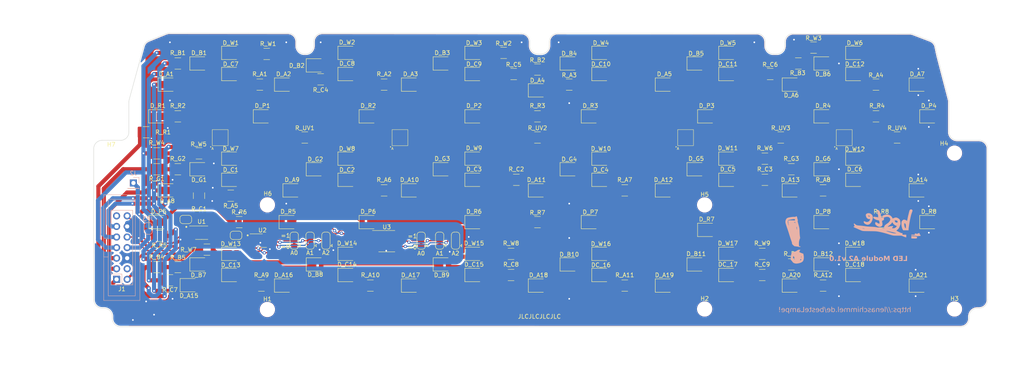
<source format=kicad_pcb>
(kicad_pcb (version 20221018) (generator pcbnew)
  (layers (0 "F.Cu" signal) (31 "B.Cu" power) (34 "B.Paste" user) (35 "F.Paste" user) (36 "B.SilkS" user "B.Silkscreen") (37 "F.SilkS" user "F.Silkscreen") (38 "B.Mask" user) (39 "F.Mask" user) (44 "Edge.Cuts" user))
  (net 0 "")
  (net 1 "Net-(DC_16-K)")
  (net 2 "/LED_R")
  (net 3 "Net-(DC_16-A)")
  (net 4 "Net-(DC_17-A)")
  (net 5 "Net-(D_A1-A)")
  (net 6 "Net-(D_A2-A)")
  (net 7 "Net-(D_A2-K)")
  (net 8 "Net-(D_A3-A)")
  (net 9 "Net-(D_A3-K)")
  (net 10 "+24V")
  (net 11 "Net-(D_A4-A)")
  (net 12 "Net-(D_A5-A)")
  (net 13 "Net-(D_A5-K)")
  (net 14 "Net-(D_A6-A)")
  (net 15 "Net-(D_A7-K)")
  (net 16 "Net-(D_A8-A)")
  (net 17 "Net-(D_A9-A)")
  (net 18 "/LED_A")
  (net 19 "Net-(D_A9-K)")
  (net 20 "Net-(D_A10-A)")
  (net 21 "Net-(D_A10-K)")
  (net 22 "Net-(D_A11-A)")
  (net 23 "Net-(D_A12-A)")
  (net 24 "Net-(D_A12-K)")
  (net 25 "Net-(D_A13-A)")
  (net 26 "Net-(D_A14-K)")
  (net 27 "Net-(D_A15-A)")
  (net 28 "Net-(D_A16-A)")
  (net 29 "Net-(D_A16-K)")
  (net 30 "Net-(D_A17-A)")
  (net 31 "Net-(D_A17-K)")
  (net 32 "Net-(D_A18-A)")
  (net 33 "Net-(D_A19-A)")
  (net 34 "Net-(D_A19-K)")
  (net 35 "Net-(D_A20-A)")
  (net 36 "Net-(D_A21-K)")
  (net 37 "/LED_G")
  (net 38 "Net-(D_B1-K)")
  (net 39 "Net-(D_B1-A)")
  (net 40 "Net-(D_B2-A)")
  (net 41 "Net-(D_B3-A)")
  (net 42 "Net-(D_B4-K)")
  (net 43 "/LED_B")
  (net 44 "Net-(D_B4-A)")
  (net 45 "Net-(D_B5-A)")
  (net 46 "Net-(D_B6-K)")
  (net 47 "Net-(D_B7-K)")
  (net 48 "Net-(D_B7-A)")
  (net 49 "Net-(D_B8-A)")
  (net 50 "Net-(D_B10-K)")
  (net 51 "Net-(D_B10-A)")
  (net 52 "Net-(D_B11-A)")
  (net 53 "Net-(D_B12-K)")
  (net 54 "Net-(D_C1-K)")
  (net 55 "/LED_WW")
  (net 56 "Net-(D_C1-A)")
  (net 57 "Net-(D_C2-A)")
  (net 58 "Net-(D_C3-A)")
  (net 59 "Net-(D_C4-K)")
  (net 60 "Net-(D_C4-A)")
  (net 61 "Net-(D_C5-A)")
  (net 62 "Net-(D_C6-K)")
  (net 63 "Net-(D_C7-A)")
  (net 64 "Net-(D_C8-K)")
  (net 65 "Net-(D_C8-A)")
  (net 66 "Net-(D_C9-A)")
  (net 67 "Net-(D_C10-K)")
  (net 68 "Net-(D_C10-A)")
  (net 69 "Net-(D_C11-A)")
  (net 70 "Net-(D_C12-K)")
  (net 71 "Net-(D_C13-K)")
  (net 72 "Net-(D_C13-A)")
  (net 73 "Net-(D_C14-A)")
  (net 74 "Net-(D_C15-A)")
  (net 75 "Net-(D_C18-K)")
  (net 76 "Net-(D_G1-K)")
  (net 77 "Net-(D_G1-A)")
  (net 78 "Net-(D_G2-A)")
  (net 79 "Net-(D_G3-A)")
  (net 80 "Net-(D_G4-A)")
  (net 81 "Net-(D_G5-A)")
  (net 82 "Net-(D_G6-K)")
  (net 83 "Net-(D_P1-A)")
  (net 84 "Net-(D_P1-K)")
  (net 85 "+3V3")
  (net 86 "+5V")
  (net 87 "GND")
  (net 88 "/LED_CW")
  (net 89 "/NEO")
  (net 90 "/SDA")
  (net 91 "Net-(D_P2-A)")
  (net 92 "Net-(D_P2-K)")
  (net 93 "Net-(D_P3-A)")
  (net 94 "Net-(D_P3-K)")
  (net 95 "Net-(D_P4-K)")
  (net 96 "Net-(D_P5-A)")
  (net 97 "Net-(D_P5-K)")
  (net 98 "Net-(D_P6-A)")
  (net 99 "Net-(D_P6-K)")
  (net 100 "Net-(D_P7-A)")
  (net 101 "Net-(D_P7-K)")
  (net 102 "Net-(D_P8-A)")
  (net 103 "Net-(D_P8-K)")
  (net 104 "Net-(D_R1-K)")
  (net 105 "Net-(D_R3-K)")
  (net 106 "Net-(D_R4-A)")
  (net 107 "Net-(D_R5-K)")
  (net 108 "Net-(D_R6-A)")
  (net 109 "Net-(D_R8-K)")
  (net 110 "Net-(D_W1-A)")
  (net 111 "Net-(D_W2-K)")
  (net 112 "Net-(D_W2-A)")
  (net 113 "Net-(D_W3-A)")
  (net 114 "Net-(D_W4-K)")
  (net 115 "Net-(D_W4-A)")
  (net 116 "Net-(D_W5-A)")
  (net 117 "Net-(D_W6-K)")
  (net 118 "Net-(D_W7-K)")
  (net 119 "Net-(D_W7-A)")
  (net 120 "Net-(D_W8-A)")
  (net 121 "Net-(D_W10-K)")
  (net 122 "Net-(D_W10-A)")
  (net 123 "Net-(D_W11-A)")
  (net 124 "Net-(D_W12-K)")
  (net 125 "Net-(D_W13-K)")
  (net 126 "Net-(D_W13-A)")
  (net 127 "Net-(D_W14-A)")
  (net 128 "Net-(D_W15-A)")
  (net 129 "Net-(D_W16-K)")
  (net 130 "Net-(D_W16-A)")
  (net 131 "Net-(D_W17-A)")
  (net 132 "Net-(D_W18-K)")
  (net 138 "Net-(R_B4-Pad2)")
  (net 139 "Net-(R_G1-Pad2)")
  (net 140 "Net-(R_W4-Pad2)")
  (net 141 "Net-(D_R1-A)")
  (net 142 "/LED_UV")
  (net 143 "Net-(D_UV2-A)")
  (net 144 "Net-(D_UV2-K)")
  (net 145 "Net-(D_UV3-A)")
  (net 146 "Net-(D_UV3-K)")
  (net 147 "Net-(D_UV4-A)")
  (net 148 "Net-(D_UV4-K)")
  (net 149 "/Thermal")
  (net 150 "Net-(A0-C)")
  (net 151 "Net-(A1-C)")
  (net 152 "Net-(A2-C)")
  (net 153 "/TEMP_SCL")
  (net 154 "Net-(JP1-B)")
  (net 155 "Net-(JP2-A)")
  (net 157 "Net-(A0b1-C)")
  (net 158 "Net-(A1b1-C)")
  (net 159 "Net-(A2b1-C)")
  (net 160 "Net-(D_UV1-A)")
  (net 161 "Net-(D_UV1-K)")
  (footprint "Package_SO:SOIC-8_3.9x4.9mm_P1.27mm" (layer "F.Cu") (at 113.665 108.715)
    (fp_text reference "U3")
    (fp_text value "24AA02-OT")
  )
  (footprint "Resistor_SMD:R_1210_3225Metric" (layer "F.Cu") (at 63.5 114.935)
    (fp_text reference "R_B5")
    (fp_text value "15 Ohm, 0.5W, 1%, 1210 package")
  )
  (footprint "LED_SMD:LED_2835_CREE_JSE28L3E5_Big_Anode" (layer "F.Cu") (at 58.75 104.14)
    (fp_text reference "D_P5")
    (fp_text value "Photo Red")
  )
  (footprint "LED_SMD:LED_2835_CREE_JSE28L3E5" (layer "F.Cu") (at 165.1 116.84)
    (fp_text reference "DC_16")
    (fp_text value "Cold White")
  )
  (footprint "LED_SMD:LED_2835_CREE_JSE28L3E5_Big_Anode" (layer "F.Cu") (at 180.34 119.38)
    (fp_text reference "D_A19")
    (fp_text value "Amber")
  )
  (footprint "Resistor_SMD:R_1210_3225Metric" (layer "F.Cu") (at 205.74 68.58)
    (fp_text reference "R_C6")
    (fp_text value "18 Ohm, 0.5W, 1%, 1210 package")
  )
  (footprint "LED_SMD:LED_2835_CREE_JSE28L3E5_Big_Anode" (layer "F.Cu") (at 109.22 104.14)
    (fp_text reference "D_P6")
    (fp_text value "Photo Red")
  )
  (footprint "LED_SMD:LED_2835_CREE_JSE28L3E5_Big_Anode" (layer "F.Cu") (at 149.86 119.38)
    (fp_text reference "D_A18")
    (fp_text value "Amber")
  )
  (footprint "LED_SMD:LED_2835_CREE_JSE28L3E5" (layer "F.Cu") (at 187.96 66.04)
    (fp_text reference "D_B5")
    (fp_text value "Royal Blue")
  )
  (footprint "LED_SMD:LED_2835_CREE_JSE28L3E5_Big_Anode" (layer "F.Cu") (at 58.674 78.74)
    (fp_text reference "D_R1")
    (fp_text value "Red")
  )
  (footprint "LED_SMD:LED_2835_CREE_JSE28L3E5" (layer "F.Cu") (at 104.14 116.84)
    (fp_text reference "D_C14")
    (fp_text value "Cold White")
  )
  (footprint "Resistor_SMD:R_1210_3225Metric" (layer "F.Cu") (at 218.44 96.52)
    (fp_text reference "R_A8")
    (fp_text value "18 Ohm, 0.5W, 1%, 1210 package")
  )
  (footprint "LED_SMD:LED_2835_CREE_JSE28L3E5_Big_Anode" (layer "F.Cu") (at 241.3 71.12)
    (fp_text reference "D_A7")
    (fp_text value "Amber")
  )
  (footprint "LED_SMD:LED_2835_CREE_JSE28L3E5" (layer "F.Cu") (at 104.14 111.76)
    (fp_text reference "D_W14")
    (fp_text value "Warm White")
  )
  (footprint "Resistor_SMD:R_1210_3225Metric" (layer "F.Cu") (at 210.82 114.3)
    (fp_text reference "R_B6")
    (fp_text value "15 Ohm, 0.5W, 1%, 1210 package")
  )
  (footprint "LED_SMD:LED_2835_CREE_JSE28L3E5_Big_Anode" (layer "F.Cu") (at 162.56 78.74)
    (fp_text reference "D_R3")
    (fp_text value "Red")
  )
  (footprint "MountingHole:MountingHole_3.2mm_M3" (layer "F.Cu") (at 85 100)
    (fp_text reference "H6")
    (fp_text value "MountingHole")
  )
  (footprint "Resistor_SMD:R_1210_3225Metric" (layer "F.Cu") (at 210.82 91.44)
    (fp_text reference "R_G3")
    (fp_text value "18 Ohm, 0.5W, 1%, 1210 package")
  )
  (footprint "Package_SO:VSSOP-8_3.0x3.0mm_P0.65mm" (layer "F.Cu") (at 83.82 108.585)
    (fp_text reference "U2")
    (fp_text value "TMP1075DGK")
  )
  (footprint "LED_SMD:LED_2835_CREE_JSE28L3E5_Big_Anode" (layer "F.Cu") (at 190.5 78.74)
    (fp_text reference "D_P3")
    (fp_text value "Photo Red")
  )
  (footprint "Resistor_SMD:R_1210_3225Metric" (layer "F.Cu") (at 78.232 104.14)
    (fp_text reference "R_R6")
    (fp_text value "15 Ohm, 0.5W, 1%, 1210 package")
  )
  (footprint "Jumper:SolderJumper-3_P1.3mm_Bridged12_RoundedPad1.0x1.5mm" (layer "F.Cu") (at 130.175 108.585 90)
    (fp_text reference "A2b1" hide)
    (fp_text value "Jumper_3_Bridged12" hide)
  )
  (footprint "Resistor_SMD:R_1210_3225Metric" (layer "F.Cu") (at 232.41 104.14)
    (fp_text reference "R_R8")
    (fp_text value "15 Ohm, 0.5W, 1%, 1210 package")
  )
  (footprint "MountingHole:MountingHole_3.2mm_M3" (layer "F.Cu") (at 250 125)
    (fp_text reference "H3")
    (fp_text value "MountingHole")
  )
  (footprint "Jumper:SolderJumper-3_P1.3mm_Bridged12_RoundedPad1.0x1.5mm" (layer "F.Cu") (at 91.44 108.585 90)
    (fp_text reference "A0")
    (fp_text value "Jumper_3_Bridged12")
  )
  (footprint "LED_SMD:LED_2835_CREE_JSE28L3E5" (layer "F.Cu") (at 157.48 91.44)
    (fp_text reference "D_G4")
    (fp_text value "Green")
  )
  (footprint "MountingHole:MountingHole_3.2mm_M3" (layer "F.Cu") (at 250 87.576)
    (fp_text reference "H4")
    (fp_text value "MountingHole")
  )
  (footprint "Jumper:SolderJumper-3_P1.3mm_Bridged12_RoundedPad1.0x1.5mm" (layer "F.Cu") (at 99.06 108.585 90)
    (fp_text reference "A2")
    (fp_text value "Jumper_3_Bridged12")
  )
  (footprint "LED_SMD:LED_2835_CREE_JSE28L3E5_Big_Anode" (layer "F.Cu") (at 190.5 106)
    (fp_text reference "D_R7")
    (fp_text value "Red")
  )
  (footprint "LED_SMD:LED_2835_CREE_JSE28L3E5_Big_Anode" (layer "F.Cu") (at 180.34 96.52)
    (fp_text reference "D_A12")
    (fp_text value "Amber")
  )
  (footprint "Resistor_SMD:R_1210_3225Metric" (layer "F.Cu") (at 149.86 104.14)
    (fp_text reference "R_R7")
    (fp_text value "15 Ohm, 0.5W, 1%, 1210 package")
  )
  (footprint "LED_SMD:LED_2835_CREE_JSE28L3E5_Big_Anode" (layer "F.Cu") (at 88.9 119.37)
    (fp_text reference "D_A16")
    (fp_text value "Amber")
  )
  (footprint "LED_SMD:LED_2835_CREE_JSE28L3E5" (layer "F.Cu") (at 157.48 114.3)
    (fp_text reference "D_B10")
    (fp_text value "Royal Blue")
  )
  (footprint "LED_SMD:LED_2835_CREE_JSE28L3E5_Big_Anode" (layer "F.Cu") (at 243.84 78.74)
    (fp_text reference "D_P4")
    (fp_text value "Photo Red")
  )
  (footprint "Resistor_SMD:R_1210_3225Metric" (layer "F.Cu") (at 143.51 116.84)
    (fp_text reference "R_C8")
    (fp_text value "18 Ohm, 0.5W, 1%, 1210 package")
  )
  (footprint "Resistor_SMD:R_1210_3225Metric" (layer "F.Cu") (at 231.14 71.12)
    (fp_text reference "R_A4")
    (fp_text value "18 Ohm, 0.5W, 1%, 1210 package")
  )
  (footprint "Resistor_SMD:R_1210_3225Metric" (layer "F.Cu") (at 144.78 93.98)
    (fp_text reference "R_C2")
    (fp_text value "18 Ohm, 0.5W, 1%, 1210 package")
  )
  (footprint "Resistor_SMD:R_1210_3225Metric" (layer "F.Cu") (at 59.055 107.442 180)
    (fp_text reference "R_R5")
    (fp_text value "4.7 Ohm, 0.33W, 5%, 1210 package")
  )
  (footprint "LED_SMD:LED_2835_CREE_JSE28L3E5" (layer "F.Cu") (at 226.06 68.58)
    (fp_text reference "D_C12")
    (fp_text value "Cold White")
  )
  (footprint "LED_SMD:Luminous Devices A130 Package" (layer "F.Cu") (at 223.52 83.82)
    (fp_text reference "D_UV4" hide)
    (fp_text value "Ultra Violet")
  )
  (footprint "LED_SMD:LED_2835_CREE_JSE28L3E5_Big_Anode" (layer "F.Cu") (at 218.44 78.74)
    (fp_text reference "D_R4")
    (fp_text value "Red")
  )
  (footprint "LED_SMD:LED_2835_CREE_JSE28L3E5" (layer "F.Cu") (at 195.58 63.5)
    (fp_text reference "D_W5")
    (fp_text value "Warm White")
  )
  (footprint "LED_SMD:LED_2835_CREE_JSE28L3E5" (layer "F.Cu") (at 218.44 114.3)
    (fp_text reference "D_B12")
    (fp_text value "Royal Blue")
  )
  (footprint "LED_SMD:LED_2835_CREE_JSE28L3E5" (layer "F.Cu") (at 226.06 93.98)
    (fp_text reference "D_C6")
    (fp_text value "Cold White")
  )
  (footprint "LED_SMD:LED_2835_CREE_JSE28L3E5" (layer "F.Cu") (at 165.1 111.76)
    (fp_text reference "D_W16")
    (fp_text value "Warm White")
  )
  (footprint "Jumper:SolderJumper-3_P1.3mm_Bridged12_RoundedPad1.0x1.5mm" (layer "F.Cu") (at 95.25 108.585 90)
    (fp_text reference "A1")
    (fp_text value "Jumper_3_Bridged12")
  )
  (footprint "LED_SMD:LED_2835_CREE_JSE28L3E5" (layer "F.Cu") (at 195.58 111.76)
    (fp_text reference "D_W17")
    (fp_text value "Warm White")
  )
  (footprint "Resistor_SMD:R_1210_3225Metric" (layer "F.Cu") (at 203.835 111.76)
    (fp_text reference "R_W9")
    (fp_text value "18 Ohm, 0.5W, 1%, 1210 package")
  )
  (footprint "Resistor_SMD:R_1210_3225Metric" (layer "F.Cu") (at 63.5 66.04)
    (fp_text reference "R_B1")
    (fp_text value "15 Ohm, 0.5W, 1%, 1210 package")
  )
  (footprint "LED_SMD:LED_2835_CREE_JSE28L3E5" (layer "F.Cu") (at 226.06 88.9)
    (fp_text reference "D_W12")
    (fp_text value "Warm White")
  )
  (footprint "LED_SMD:LED_2835_CREE_JSE28L3E5" (layer "F.Cu") (at 134.62 68.58)
    (fp_text reference "D_C9")
    (fp_text value "Cold White")
  )
  (footprint "Resistor_SMD:R_1210_3225Metric" (layer "F.Cu") (at 204.47 93.98)
    (fp_text reference "R_C3")
    (fp_text value "18 Ohm, 0.5W, 1%, 1210 package")
  )
  (footprint "Jumper:SolderJumper-2_P1.3mm_Bridged_RoundedPad1.0x1.5mm" (layer "F.Cu") (at 65.405 103.505 180)
    (fp_text reference "JP2" hide)
    (fp_text value "Jumper_2_Bridged" hide)
  )
  (footprint "Resistor_SMD:R_1210_3225Metric" (layer "F.Cu") (at 68.58 87.63)
    (fp_text reference "R_W5")
    (fp_text value "18 Ohm, 0.5W, 1%, 1210 package")
  )
  (footprint "Resistor_SMD:R_1210_3225Metric" (layer "F.Cu") (at 83.566 119.38)
    (fp_text reference "R_A9")
    (fp_text value "2.2 Ohm, 0.33W, 5%, 1210 package")
  )
  (footprint "LED_SMD:LED_2835_CREE_JSE28L3E5" (layer "F.Cu") (at 218.44 66.04)
    (fp_text reference "D_B6")
    (fp_text value "Royal Blue")
  )
  (footprint "LED_SMD:LED_2835_CREE_JSE28L3E5" (layer "F.Cu") (at 165.1 93.98)
    (fp_text reference "D_C4")
    (fp_text value "Cold White")
  )
  (footprint "LED_SMD:LED_2835_CREE_JSE28L3E5_Big_Anode" (layer "F.Cu") (at 90 104.14)
    (fp_text reference "D_R5")
    (fp_text value "Red")
  )
  (footprint "LED_SMD:LED_2835_CREE_JSE28L3E5" (layer "F.Cu") (at 226.06 116.84)
    (fp_text reference "D_C18")
    (fp_text value "Cold White")
  )
  (footprint "MountingHole:MountingHole_3.2mm_M3" (layer "F.Cu") (at 85 125.1204)
    (fp_text reference "H1")
    (fp_text value "MountingHole")
  )
  (footprint "LED_SMD:LED_2835_CREE_JSE28L3E5" (layer "F.Cu") (at 104.14 88.9)
    (fp_text reference "D_W8")
    (fp_text value "Warm White")
  )
  (footprint "Jumper:SolderJumper-3_P1.3mm_Bridged12_RoundedPad1.0x1.5mm" (layer "F.Cu") (at 121.92 108.585 90)
    (fp_text reference "A0b1" hide)
    (fp_text value "Jumper_3_Bridged12" hide)
  )
  (footprint "LED_SMD:LED_2835_CREE_JSE28L3E5_Big_Anode" (layer "F.Cu") (at 83.82 78.74)
    (fp_text reference "D_P1")
    (fp_text value "Photo Red")
  )
  (footprint "LED_SMD:LED_2835_CREE_JSE28L3E5" (layer "F.Cu") (at 187.96 114.3)
    (fp_text reference "D_B11")
    (fp_text value "Royal Blue")
  )
  (footprint "LED_SMD:LED_2835_CREE_JSE28L3E5" (layer "F.Cu") (at 68.58 91.44)
    (fp_text reference "D_G1")
    (fp_text value "Green")
  )
  (footprint "LED_SMD:LED_2835_CREE_JSE28L3E5" (layer "F.Cu") (at 195.58 116.84)
    (fp_text reference "DC_17")
    (fp_text value "Cold White")
  )
  (footprint "Resistor_SMD:R_1210_3225Metric" (layer "F.Cu") (at 231.14 78.74)
    (fp_text reference "R_R4")
    (fp_text value "15 Ohm, 0.5W, 1%, 1210 package")
  )
  (footprint "Package_SO:MSOP-8_3x3mm_P0.65mm" (layer "F.Cu") (at 69.215 106.68)
    (fp_text reference "U1")
    (fp_text value "DS18B20U+")
  )
  (footprint "LED_SMD:LED_2835_CREE_JSE28L3E5_Big_Anode" (layer "F.Cu") (at 149.86 72.5)
    (fp_text reference "D_A4")
    (fp_text value "Amber")
  )
  (footprint "LED_SMD:LED_2835_CREE_JSE28L3E5_Big_Anode" (layer "F.Cu") (at 88.9 71.12)
    (fp_text reference "D_A2")
    (fp_text value "Amber")
  )
  (footprint "LED_SMD:LED_2835_CREE_JSE28L3E5_Big_Anode" (layer "F.Cu") (at 241.3 119.38)
    (fp_text reference "D_A21")
    (fp_text value "Amber")
  )
  (footprint "Resistor_SMD:R_1210_3225Metric" (layer "F.Cu") (at 236.22 83.82)
    (fp_text reference "R_UV4")
    (fp_text value "4.7 Ohm, 0.33W, 5%, 1210 package")
  )
  (footprint "Resistor_SMD:R_1210_3225Metric" (layer "F.Cu") (at 170.815 119.38)
    (fp_text reference "R_A11")
    (fp_text value "18 Ohm, 0.5W, 1%, 1210 package")
  )
  (footprint "Resistor_SMD:R_1210_3225Metric" (layer "F.Cu") (at 93.98 83.82)
    (fp_text reference "R_UV1")
    (fp_text value "4.7 Ohm, 0.33W, 5%, 1210 package")
  )
  (footprint "Resistor_SMD:R_1210_3225Metric" (layer "F.Cu") (at 63.5 78.74)
    (fp_text reference "R_R2")
    (fp_text value "15 Ohm, 0.5W, 1%, 1210 package")
  )
  (footprint "LED_SMD:LED_2835_CREE_JSE28L3E5" (layer "F.Cu") (at 187.96 91.44)
    (fp_text reference "D_G5")
    (fp_text value "Green")
  )
  (footprint "Resistor_SMD:R_1210_3225Metric" (layer "F.Cu") (at 157.48 71.12)
    (fp_text reference "R_A3")
    (fp_text value "18 Ohm, 0.5W, 1%, 1210 package")
  )
  (footprint "Resistor_SMD:R_1210_3225Metric" (layer "F.Cu") (at 55.88 82.55 180)
    (fp_text reference "R_R1")
    (fp_text value "4.7 Ohm, 0.33W, 5%, 1210 package")
  )
  (footprint "Resistor_SMD:R_1210_3225Metric" (layer "F.Cu") (at 61.595 118.11)
    (fp_text reference "R_C7")
    (fp_text value "18 Ohm, 0.5W, 1%, 1210 package")
  )
  (footprint "LED_SMD:Luminous Devices A130 Package" (layer "F.Cu") (at 116.84 83.82)
    (fp_text reference "D_UV2" hide)
    (fp_text value "Ultra Violet")
  )
  (footprint "LED_SMD:LED_2835_CREE_JSE28L3E5" (layer "F.Cu") (at 127 66.04)
    (fp_text reference "D_B3")
    (fp_text value "Royal Blue")
  )
  (footprint "LED_SMD:LED_2835_CREE_JSE28L3E5" (layer "F.Cu") (at 195.58 68.58)
    (fp_text reference "D_C11")
    (fp_text value "Cold White")
  )
  (footprint "LED_SMD:LED_2835_CREE_JSE28L3E5" (layer "F.Cu") (at 226.06 111.76)
    (fp_text reference "D_W18")
    (fp_text value "Warm White")
  )
  (footprint "LED_SMD:LED_2835_CREE_JSE28L3E5" (layer "F.Cu") (at 165.1 63.5)
    (fp_text reference "D_W4")
    (fp_text value "Warm White")
  )
  (footprint "Resistor_SMD:R_1210_3225Metric" (layer "F.Cu") (at 68.58 97.79 90)
    (fp_text reference "R_C1")
    (fp_text value "18 Ohm, 0.5W, 1%, 1210 package")
  )
  (footprint "LED_SMD:LED_2835_CREE_JSE28L3E5_Big_Anode" (layer "F.Cu") (at 66.2432 119.2784)
    (fp_text reference "D_A15")
    (fp_text value "Amber")
  )
  (footprint "LED_SMD:LED_2835_CREE_JSE28L3E5" (layer "F.Cu") (at 104.14 93.98)
    (fp_text reference "D_C2")
    (fp_text value "Cold White")
  )
  (footprint "LED_SMD:LED_2835_CREE_JSE28L3E5" (layer "F.Cu") (at 127 91.44)
    (fp_text reference "D_G3")
    (fp_text value "Green")
  )
  (footprint "Resistor_SMD:R_1210_3225Metric" (layer "F.Cu") (at 83.185 71.12)
    (fp_text reference "R_A1")
    (fp_text value "2.2 Ohm, 0.33W, 5%, 1210 package")
  )
  (footprint "LED_SMD:LED_2835_CREE_JSE28L3E5" (layer "F.Cu") (at 104.14 68.58)
    (fp_text reference "D_C8")
    (fp_text value "Cold White")
  )
  (footprint "LED_SMD:LED_2835_CREE_JSE28L3E5" (layer "F.Cu") (at 134.62 88.9)
    (fp_text reference "D_W9")
    (fp_text value "Warm White")
  )
  (footprint "Resistor_SMD:R_1210_3225Metric" (layer "F.Cu") (at 144.145 68.58)
    (fp_text reference "R_C5")
    (fp_text value "18 Ohm, 0.5W, 1%, 1210 package")
  )
  (footprint "LED_SMD:LED_2835_CREE_JSE28L3E5_Big_Anode" (layer "F.Cu") (at 180.34 71.12)
    (fp_text reference "D_A5")
    (fp_text value "Amber")
  )
  (footprint "LED_SMD:LED_2835_CREE_JSE28L3E5" (layer "F.Cu") (at 226.06 63.5)
    (fp_text reference "D_W6")
    (fp_text value "Warm White")
  )
  (footprint "MountingHole:MountingHole_3.2mm_M3" (layer "F.Cu") (at 47.41 88)
    (fp_text reference "H7")
    (fp_text value "MountingHole")
  )
  (footprint "LED_SMD:LED_2835_CREE_JSE28L3E5_Big_Anode" (layer "F.Cu") (at 60.96 96.52)
    (fp_text reference "D_A8")
    (fp_text value "Amber")
  )
  (footprint "Resistor_SMD:R_1210_3225Metric" (layer "F.Cu") (at 149.86 83.82)
    (fp_text reference "R_UV2")
    (fp_text value "4.7 Ohm, 0.33W, 5%, 1210 package")
  )
  (footprint "Resistor_SMD:R_1210_3225Metric" (layer "F.Cu") (at 109.728 119.38)
    (fp_text reference "R_A10")
    (fp_text value "18 Ohm, 0.5W, 1%, 1210 package")
  )
  (footprint "Resistor_SMD:R_1210_3225Metric" (layer "F.Cu") (at 216.154 62.23)
    (fp_text reference "R_W3")
    (fp_text value "18 Ohm, 0.5W, 1%, 1210 package")
  )
  (footprint "LED_SMD:LED_2835_CREE_JSE28L3E5_Big_Anode" (layer "F.Cu") (at 210.82 119.38)
    (fp_text reference "D_A20")
    (fp_text value "Amber")
  )
  (footprint "Resistor_SMD:R_1210_3225Metric" (layer "F.Cu") (at 149.86 78.74)
    (fp_text reference "R_R3")
    (fp_text value "15 Ohm, 0.5W, 1%, 1210 package")
  )
  (footprint "LED_SMD:LED_2835_CREE_JSE28L3E5_Big_Anode" (layer "F.Cu") (at 90.932 96.52)
    (fp_text reference "D_A9")
    (fp_text value "Amber")
  )
  (footprint "Jumper:SolderJumper-2_P1.3mm_Bridged_RoundedPad1.0x1.5mm" (layer "F.Cu") (at 77.47 107.315)
    (fp_text reference "JP1" hide)
    (fp_text value "Jumper_2_Bridged" hide)
  )
  (footprint "LED_SMD:LED_2835_CREE_JSE28L3E5" (layer "F.Cu") (at 76.2 88.9)
    (fp_text reference "D_W7")
    (fp_text value "Warm White")
  )
  (footprint "LED_SMD:LED_2835_CREE_JSE28L3E5" (layer "F.Cu") (at 165.1 68.58)
    (fp_text reference "D_C10")
    (fp_text value "Cold White")
  )
  (footprint "LED_SMD:Luminous Devices A130 Package" (layer "F.Cu") (at 73.66 83.82)
    (fp_text reference "D_UV1" hide)
    (fp_text value "Ultra Violet")
  )
  (footprint "LED_SMD:LED_2835_CREE_JSE28L3E5_Big_Anode" (layer "F.Cu") (at 210.82 71.12)
    (fp_text reference "D_A6")
    (fp_text value "Amber")
  )
  (footprint "LED_SMD:LED_2835_CREE_JSE28L3E5_Big_Anode" (layer "F.Cu") (at 218.44 104.14)
    (fp_text reference "D_P8")
    (fp_text value "Photo Red")
  )
  (footprint "LED_SMD:LED_2835_CREE_JSE28L3E5" (layer "F.Cu") (at 96.52 91.44)
    (fp_text reference "D_G2")
    (fp_text value "Green")
  )
  (footprint "LED_SMD:LED_2835_CREE_JSE28L3E5" (layer "F.Cu") (at 134.62 93.98)
    (fp_text reference "D_C3")
    (fp_text value "Cold White")
  )
  (footprint "LED_SMD:LED_2835_CREE_JSE28L3E5" (layer "F.Cu") (at 127 114.3)
    (fp_text reference "D_B9")
    (fp_text value "Royal Blue")
  )
  (footprint "Resistor_SMD:R_1210_3225Metric" (layer "F.Cu") (at 63.5 91.44)
    (fp_text reference "R_G2")
    (fp_text value "18 Ohm, 0.5W, 1%, 1210 package")
  )
  (footprint "LED_SMD:LED_2835_CREE_JSE28L3E5" (layer "F.Cu") (at 76.2 111.76)
    (fp_text reference "D_W13")
    (fp_text value "Warm White")
  )
  (footprint "Resistor_SMD:R_1210_3225Metric" (layer "F.Cu") (at 203.835 116.84)
    (fp_text reference "R_C9")
    (fp_text value "18 Ohm, 0.5W, 1%, 1210 package")
  )
  (footprint "LED_SMD:LED_2835_CREE_JSE28L3E5" (layer "F.Cu") (at 96.52 66.5)
    (fp_text reference "D_B2")
    (fp_text value "Royal Blue")
  )
  (footprint "LED_SMD:Luminous Devices A130 Package" (layer "F.Cu") (at 185.42 83.82)
    (fp_text reference "D_UV3" hide)
    (fp_text value "Ultra Violet")
  )
  (footprint "LED_SMD:LED_2835_CREE_JSE28L3E5" (layer "F.Cu") (at 68.58 114.3)
    (fp_text reference "D_B7")
    (fp_text value "Royal Blue")
  )
  (footprint "LED_SMD:LED_2835_CREE_JSE28L3E5" (layer "F.Cu") (at 157.48 66.04)
    (fp_text reference "D_B4")
    (fp_text value "Royal Blue")
  )
  (footprint "Resistor_SMD:R_1210_3225Metric" (layer "F.Cu") (at 204.47 88.9)
    (fp_text reference "R_W6")
    (fp_text value "18 Ohm, 0.5W, 1%, 1210 package")
  )
  (footprint "Resistor_SMD:R_1210_3225Metric" (layer "F.Cu") (at 218.44 119.38)
    (fp_text reference "R_A12")
    (fp_text value "18 Ohm, 0.5W, 1%, 1210 package")
  )
  (footprint "Resistor_SMD:R_1210_3225Metric" (layer "F.Cu") (at 58.42 91.44)
    (fp_text reference "R_G1")
    (fp_text value "18 Ohm, 0.5W, 1%, 1210 package")
  )
  (footprint "LED_SMD:LED_2835_CREE_JSE28L3E5_Big_Anode" (layer "F.Cu") (at 60.96 71.12)
    (fp_text reference "D_A1")
    (fp_text value "Amber")
  )
  (footprint "LED_SMD:LED_2835_CREE_JSE28L3E5_Big_Anode" (layer "F.Cu") (at 119.38 96.52)
    (fp_text reference "D_A10")
    (fp_text value "Amber")
  )
  (footprint "LED_SMD:LED_2835_CREE_JSE28L3E5" (layer "F.Cu") (at 134.62 63.5)
    (fp_text reference "D_W3")
    (fp_text value "Warm White")
  )
  (footprint "Resistor_SMD:R_1210_3225Metric" (layer "F.Cu") (at 58.42 114.935)
    (fp_text reference "R_B4")
    (fp_text value "15 Ohm, 0.5W, 1%, 1210 package")
  )
  (footprint "Resistor_SMD:R_1210_3225Metric" (layer "F.Cu") (at 97.79 69.85)
    (fp_text reference "R_C4")
    (fp_text value "18 Ohm, 0.5W, 1%, 1210 package")
  )
  (footprint "LED_SMD:LED_2835_CREE_JSE28L3E5" (layer "F.Cu") (at 76.2 93.98)
    (fp_text reference "D_C1")
    (fp_text value "Cold White")
  )
  (footprint "LED_SMD:LED_2835_CREE_JSE28L3E5" (layer "F.Cu") (at 96.52 114.3)
    (fp_text reference "D_B8")
    (fp_text value "Royal Blue")
  )
  (footprint "LED_SMD:LED_2835_CREE_JSE28L3E5" (layer "F.Cu") (at 76.2 68.58)
    (fp_text reference "D_C7")
    (fp_text value "Cold White")
  )
  (footprint "LED_SMD:LED_2835_CREE_JSE28L3E5" (layer "F.Cu") (at 104.14 63.5)
    (fp_text reference "D_W2")
    (fp_text value "Warm White")
  )
  (footprint "LED_SMD:LED_2835_CREE_JSE28L3E5_Big_Anode" (layer "F.Cu") (at 109.22 78.74)
    (fp_text reference "D_R2")
    (fp_text value "Red")
  )
  (footprint "Resistor_SMD:R_1210_3225Metric" (layer "F.Cu") (at 58.42 87.63)
    (fp_text reference "R_W4")
    (fp_text value "18 Ohm, 0.5W, 1%, 1210 package")
  )
  (footprint "LED_SMD:LED_2835_CREE_JSE28L3E5_Big_Anode" (layer "F.Cu") (at 134.62 78.74)
    (fp_text reference "D_P2")
    (fp_text value "Photo Red")
  )
  (footprint "Jumper:SolderJumper-3_P1.3mm_Bridged12_RoundedPad1.0x1.5mm" (layer "F.Cu") (at 126.365 108.585 90)
    (fp_text reference "A1b1" hide)
    (fp_text value "Jumper_3_Bridged12" hide)
  )
  (footprint "LED_SMD:LED_2835_CREE_JSE28L3E5_Big_Anode" (layer "F.Cu") (at 241.3 96.52)
    (fp_text reference "D_A14")
    (fp_text value "Amber")
  )
  (footprint "LED_SMD:LED_2835_CREE_JSE28L3E5" (layer "F.Cu") (at 195.58 93.98)
    (fp_text reference "D_C5")
    (fp_text value "Cold White")
  )
  (footprint "Resistor_SMD:R_1210_3225Metric" (layer "F.Cu") (at 113.03 96.52)
    (fp_text reference "R_A6")
    (fp_text value "18 Ohm, 0.5W, 1%, 1210 package")
  )
  (footprint "LED_SMD:LED_2835_CREE_JSE28L3E5_Big_Anode" (layer "F.Cu") (at 119.38 119.38)
    (fp_text reference "D_A17")
    (fp_text value "Amber")
  )
  (footprint "LED_SMD:LED_2835_CREE_JSE28L3E5" (layer "F.Cu") (at 134.62 116.84)
    (fp_text reference "D_C15")
    (fp_text value "Cold White")
  )
  (footprint "LED_SMD:LED_2835_CREE_JSE28L3E5" (layer "F.Cu") (at 134.62 111.76)
    (fp_text reference "D_W15")
    (fp_text value "Warm White")
  )
  (footprint "LED_SMD:LED_2835_CREE_JSE28L3E5" (layer "F.Cu") (at 218.44 91.44)
    (fp_text reference "D_G6")
    (fp_text value "Green")
  )
  (footprint "Resistor_SMD:R_1210_3225Metric" (layer "F.Cu") (at 76.2 97.79)
    (fp_text reference "R_A5")
    (fp_text value "2.2 Ohm, 0.33W, 5%, 1210 package")
  )
  (footprint "Resistor_SMD:R_1210_3225Metric" (layer "F.Cu") (at 143.51 111.76)
    (fp_text reference "R_W8")
    (fp_text value "18 Ohm, 0.5W, 1%, 1210 package")
  )
  (footprint "LED_SMD:LED_2835_CREE_JSE28L3E5" (layer "F.Cu") (at 68.58 66.04)
    (fp_text reference "D_B1")
    (fp_text value "Royal Blue")
  )
  (footprint "LED_SMD:LED_2835_CREE_JSE28L3E5_Big_Anode" (layer "F.Cu") (at 134.62 104.14)
    (fp_text reference "D_R6")
    (fp_text value "Red")
  )
  (footprint "Resistor_SMD:R_1210_3225Metric" (layer "F.Cu") (at 141.732 63.5)
    (fp_text reference "R_W2")
    (fp_text value "18 Ohm, 0.5W, 1%, 1210 package")
  )
  (footprint "Resistor_SMD:R_1210_3225Metric" (layer "F.Cu") (at 208.28 83.82)
    (fp_text reference "R_UV3")
    (fp_text value "4.7 Ohm, 0.33W, 5%, 1210 package")
  )
  (footprint "LED_SMD:LED_2835_CREE_JSE28L3E5_Big_Anode" (layer "F.Cu") (at 149.86 96.52)
    (fp_text reference "D_A11")
    (fp_text value "Amber")
  )
  (footprint "LED_SMD:LED_2835_CREE_JSE28L3E5" (layer "F.Cu") (at 76.2 63.5)
    (fp_text reference "D_W1")
    (fp_text value "Warm White")
  )
  (footprint "Resistor_SMD:R_1210_3225Metric" (layer "F.Cu") (at 149.86 67.5)
    (fp_text reference "R_B2")
    (fp_text value "15 Ohm, 0.5W, 1%, 1210 package")
  )
  (footprint "Resistor_SMD:R_1210_3225Metric" (layer "F.Cu") (at 170.815 96.52)
    (fp_text reference "R_A7")
    (fp_text value "18 Ohm, 0.5W, 1%, 1210 package")
  )
  (footprint "LED_SMD:LED_2835_CREE_JSE28L3E5" (layer "F.Cu") (at 195.58 88.9)
    (fp_text reference "D_W11")
    (fp_text value "Warm White")
  )
  (footprint "LED_SMD:LED_2835_CREE_JSE28L3E5" (layer "F.Cu") (at 76.2 116.84)
    (fp_text reference "D_C13")
    (fp_text value "Cold White")
  )
  (footprint "Resistor_SMD:R_1210_3225Metric" (layer "F.Cu") (at 84.836 63.754)
    (fp_text reference "R_W1")
    (fp_text value "18 Ohm, 0.5W, 1%, 1210 package")
  )
  (footprint "LED_SMD:LED_2835_CREE_JSE28L3E5_Big_Anode" (layer "F.Cu") (at 162.56 104.14)
    (fp_text reference "D_P7")
    (fp_text value "Photo Red")
  )
  (footprint "Resistor_SMD:R_1210_3225Metric" (layer "F.Cu") (at 113.03 71.12)
    (fp_text reference "R_A2")
    (fp_text value "18 Ohm, 0.5W, 1%, 1210 package")
  )
  (footprint "LED_SMD:LED_2835_CREE_JSE28L3E5" (layer "F.Cu") (at 165.1 88.9)
    (fp_text reference "D_W10")
    (fp_text value "Warm White")
  )
  (footprint "Resistor_SMD:R_1210_3225Metric" (layer "F.Cu") (at 70.485 110.744)
    (fp_text reference "R_W7")
    (fp_text value "18 Ohm, 0.5W, 1%, 1210 package")
  )
  (footprint "LED_SMD:LED_2835_CREE_JSE28L3E5_Big_Anode" (layer "F.Cu") (at 243.84 104.14)
    (fp_text reference "D_R8")
    (fp_text value "Red")
  )
  (footprint "LED_SMD:LED_2835_CREE_JSE28L3E5_Big_Anode" (layer "F.Cu") (at 210.82 96.52)
    (fp_text reference "D_A13")
    (fp_text value "Amber")
  )
  (footprint "MountingHole:MountingHole_3.2mm_M3" (layer "F.Cu") (at 190 100)
    (fp_text reference "H5")
    (fp_text value "MountingHole")
  )
  (footprint "LED_SMD:LED_2835_CREE_JSE28L3E5_Big_Anode" (layer "F.Cu") (at 119.38 71.12)
    (fp_text reference "D_A3")
    (fp_text value "Amber")
  )
  (footprint "Resistor_SMD:R_1210_3225Metric" (layer "F.Cu") (at 212.5 66.04)
    (fp_text reference "R_B3")
    (fp_text value "15 Ohm, 0.5W, 1%, 1210 package")
  )
  (footprint "MountingHole:MountingHole_3.2mm_M3" (layer "F.Cu") (at 190 125)
    (fp_text reference "H2")
    (fp_text value "MountingHole")
  )
  (footprint "LOGO" (layer "B.Cu") (at 225.425 107.4928 180)
    (fp_text reference "G***" hide)
    (fp_text value "LOGO" hide)
  )
  (footprint "Jumper:SolderJumper-2_P1.3mm_Bridged_RoundedPad1.0x1.5mm" (layer "B.Cu") (at 56.388 105.664 -90)
    (fp_text reference "JP3")
    (fp_text value "Jumper_2_Bridged")
  )
  (footprint "Connector_PinHeader_2.54mm:PinHeader_2x07_P2.54mm_Vertical_Boxed" (layer "B.Cu") (at 50.038 110.251)
    (fp_text reference "J1")
    (fp_text value "Connector Header Surface Mount, Right Angle 14 position 0.100 (2.54mm) ")
  )
  (footprint "Connector_PinHeader_2.54mm:PinHeader_1x01_P2.54mm_Vertical" (layer "B.Cu") (at 52.832 94.742 180)
    (fp_text reference "J2")
    (fp_text value "Conn_01x01")
  )
  (gr_circle (center 80.264 107.315) (end 80.414 107.315) (stroke (width 0.15)) (fill solid) (layer "F.SilkS"))
  (gr_circle (center 65.532 105.283) (end 65.682 105.283) (stroke (width 0.15)) (fill solid) (layer "F.SilkS"))
  (gr_line (start 45.32573 124.786588) (end 45.752 124.786588) (stroke (width 0.1)) (layer "Edge.Cuts"))
  (gr_arc (start 253.48791 127.262363) (mid 252.902124 128.676577) (end 251.48791 129.262363) (stroke (width 0.1)) (layer "Edge.Cuts"))
  (gr_arc (start 60.701079 58.902365) (mid 61.072349 58.791485) (end 61.458032 58.754277) (stroke (width 0.1)) (layer "Edge.Cuts"))
  (gr_line (start 98.171221 58.784523) (end 145.994263 58.822463) (stroke (width 0.1)) (layer "Edge.Cuts"))
  (gr_line (start 61.458032 58.754277) (end 89.941688 58.778314) (stroke (width 0.1)) (layer "Edge.Cuts"))
  (gr_line (start 248.663848 75.255646) (end 248.663848 82.5) (stroke (width 0.1)) (layer "Edge.Cuts"))
  (gr_line (start 91.94 60.778313) (end 91.94 61.783975) (stroke (width 0.1)) (layer "Edge.Cuts"))
  (gr_line (start 251.48791 129.262363) (end 49.752 129.254) (stroke (width 0.1)) (layer "Edge.Cuts"))
  (gr_line (start 56.478631 60.624405) (end 60.701079 58.902365) (stroke (width 0.1)) (layer "Edge.Cuts"))
  (gr_arc (start 152.722314 61.783975) (mid 152.136537 63.19821) (end 150.722314 63.783975) (stroke (width 0.1)) (layer "Edge.Cuts"))
  (gr_line (start 209.277422 61.783975) (end 209.277422 60.872936) (stroke (width 0.1)) (layer "Edge.Cuts"))
  (gr_arc (start 202.547082 58.866693) (mid 203.960265 59.453043) (end 204.545488 60.866693) (stroke (width 0.1)) (layer "Edge.Cuts"))
  (gr_arc (start 93.94 63.783975) (mid 92.525786 63.198189) (end 91.94 61.783975) (stroke (width 0.1)) (layer "Edge.Cuts"))
  (gr_arc (start 149.992676 63.783975) (mid 148.578462 63.198189) (end 147.992676 61.783975) (stroke (width 0.1)) (layer "Edge.Cuts"))
  (gr_arc (start 209.277422 60.872936) (mid 209.863803 59.458101) (end 211.279136 58.872937) (stroke (width 0.1)) (layer "Edge.Cuts"))
  (gr_arc (start 255.91418 84.5) (mid 257.328394 85.085786) (end 257.91418 86.5) (stroke (width 0.1)) (layer "Edge.Cuts"))
  (gr_arc (start 152.722314 60.828577) (mid 153.308664 59.4138) (end 154.723908 58.828577) (stroke (width 0.1)) (layer "Edge.Cuts"))
  (gr_line (start 154.723908 58.828577) (end 202.547082 58.866693) (stroke (width 0.1)) (layer "Edge.Cuts"))
  (gr_arc (start 250.663848 84.5) (mid 249.249603 83.914231) (end 248.663848 82.5) (stroke (width 0.1)) (layer "Edge.Cuts"))
  (gr_arc (start 245.842012 64.142275) (mid 245.830697 64.096528) (end 245.820462 64.050527) (stroke (width 0.1)) (layer "Edge.Cuts"))
  (gr_line (start 211.279136 58.872937) (end 239.310436 58.896961) (stroke (width 0.1)) (layer "Edge.Cuts"))
  (gr_line (start 93.94 63.783975) (end 94.169634 63.783975) (stroke (width 0.1)) (layer "Edge.Cuts"))
  (gr_line (start 45.300964 84.5) (end 49.740925 84.5) (stroke (width 0.1)) (layer "Edge.Cuts"))
  (gr_line (start 204.545488 60.866693) (end 204.545488 61.783975) (stroke (width 0.1)) (layer "Edge.Cuts"))
  (gr_arc (start 239.310436 58.896961) (mid 239.672241 58.930274) (end 240.022048 59.028494) (stroke (width 0.1)) (layer "Edge.Cuts"))
  (gr_line (start 245.842012 64.142275) (end 248.599544 74.752574) (stroke (width 0.1)) (layer "Edge.Cuts"))
  (gr_arc (start 49.752 129.254) (mid 48.337766 128.668234) (end 47.752 127.254) (stroke (width 0.1)) (layer "Edge.Cuts"))
  (gr_line (start 253.48791 126.794951) (end 253.48791 127.262363) (stroke (width 0.1)) (layer "Edge.Cuts"))
  (gr_arc (start 45.32573 124.786588) (mid 43.911496 124.200822) (end 43.32573 122.786588) (stroke (width 0.1)) (layer "Edge.Cuts"))
  (gr_line (start 149.992676 63.783975) (end 150.722314 63.783975) (stroke (width 0.1)) (layer "Edge.Cuts"))
  (gr_arc (start 253.48791 126.794951) (mid 254.073696 125.380737) (end 255.48791 124.794951) (stroke (width 0.1)) (layer "Edge.Cuts"))
  (gr_line (start 51.811562 74.741317) (end 55.304533 61.949479) (stroke (width 0.1)) (layer "Edge.Cuts"))
  (gr_arc (start 89.941688 58.778314) (mid 91.35481 59.364697) (end 91.94 60.778313) (stroke (width 0.1)) (layer "Edge.Cuts"))
  (gr_line (start 257.91418 86.5) (end 257.91418 122.794951) (stroke (width 0.1)) (layer "Edge.Cuts"))
  (gr_arc (start 257.91418 122.794951) (mid 257.328394 124.209165) (end 255.91418 124.794951) (stroke (width 0.1)) (layer "Edge.Cuts"))
  (gr_arc (start 96.169634 61.783975) (mid 95.583858 63.198217) (end 94.169634 63.783975) (stroke (width 0.1)) (layer "Edge.Cuts"))
  (gr_line (start 47.752 126.786588) (end 47.752 127.254) (stroke (width 0.1)) (layer "Edge.Cuts"))
  (gr_arc (start 51.740925 75.268154) (mid 51.758663 75.002378) (end 51.811562 74.741317) (stroke (width 0.1)) (layer "Edge.Cuts"))
  (gr_line (start 43.32573 122.786588) (end 43.300964 86.5) (stroke (width 0.1)) (layer "Edge.Cuts"))
  (gr_line (start 245.403219 62.065118) (end 245.820462 64.050527) (stroke (width 0.1)) (layer "Edge.Cuts"))
  (gr_line (start 206.545488 63.783975) (end 207.277422 63.783975) (stroke (width 0.1)) (layer "Edge.Cuts"))
  (gr_arc (start 206.545488 63.783975) (mid 205.131291 63.198183) (end 204.545488 61.783975) (stroke (width 0.1)) (layer "Edge.Cuts"))
  (gr_arc (start 248.599544 74.752574) (mid 248.647707 75.002063) (end 248.663848 75.255646) (stroke (width 0.1)) (layer "Edge.Cuts"))
  (gr_line (start 152.722314 61.783975) (end 152.722314 60.828577) (stroke (width 0.1)) (layer "Edge.Cuts"))
  (gr_line (start 96.169634 61.783975) (end 96.169634 60.784522) (stroke (width 0.1)) (layer "Edge.Cuts"))
  (gr_line (start 51.740925 82.5) (end 51.740925 75.268154) (stroke (width 0.1)) (layer "Edge.Cuts"))
  (gr_arc (start 145.994263 58.822463) (mid 147.40745 59.40881) (end 147.992676 60.822462) (stroke (width 0.1)) (layer "Edge.Cuts"))
  (gr_arc (start 209.277422 61.783975) (mid 208.691646 63.198213) (end 207.277422 63.783975) (stroke (width 0.1)) (layer "Edge.Cuts"))
  (gr_line (start 255.91418 124.794951) (end 255.48791 124.794951) (stroke (width 0.1)) (layer "Edge.Cuts"))
  (gr_arc (start 51.740925 82.5) (mid 51.15514 83.914222) (end 49.740925 84.5) (stroke (width 0.1)) (layer "Edge.Cuts"))
  (gr_line (start 147.992676 60.822462) (end 147.992676 61.783975) (stroke (width 0.1)) (layer "Edge.Cuts"))
  (gr_line (start 240.022048 59.028494) (end 244.159299 60.607975) (stroke (width 0.1)) (layer "Edge.Cuts"))
  (gr_arc (start 96.169634 60.784522) (mid 96.755982 59.369747) (end 98.171221 58.784523) (stroke (width 0.1)) (layer "Edge.Cuts"))
  (gr_arc (start 55.304533 61.949479) (mid 55.736979 61.149954) (end 56.478631 60.624405) (stroke (width 0.1)) (layer "Edge.Cuts"))
  (gr_arc (start 43.300964 86.5) (mid 43.88675 85.085786) (end 45.300964 84.5) (stroke (width 0.1)) (layer "Edge.Cuts"))
  (gr_arc (start 45.752 124.786588) (mid 47.166237 125.372351) (end 47.752 126.786588) (stroke (width 0.1)) (layer "Edge.Cuts"))
  (gr_line (start 250.663848 84.5) (end 255.91418 84.5) (stroke (width 0.1)) (layer "Edge.Cuts"))
  (gr_arc (start 244.159299 60.607975) (mid 244.967091 61.177905) (end 245.403219 62.065118) (stroke (width 0.1)) (layer "Edge.Cuts"))
  (gr_text "https://lenaschimmel.de/besteLampe!" (at 239.5982 125.9332) (layer "B.SilkS") (effects (font (size 1.2 1.2) (thickness 0.1)) (justify left bottom mirror)))
  (gr_text "LED Module A2 v1.0" (at 238.76 113.665) (layer "B.SilkS") (effects (font (size 1.2 1.2) (thickness 0.2) bold) (justify left bottom mirror)))
  (gr_text "A1" (at 126.365 111.633) (layer "F.SilkS") (effects (font (size 1 1))))
  (gr_text "=0" (at 88.138 110.617) (layer "F.SilkS") (effects (font (size 1 1)) (justify left bottom)))
  (gr_text "A2" (at 130.175 111.633) (layer "F.SilkS") (effects (font (size 1 1))))
  (gr_text "=1" (at 88.138 107.95) (layer "F.SilkS") (effects (font (size 1 1)) (justify left bottom)))
  (gr_text "A0" (at 121.92 111.633) (layer "F.SilkS") (effects (font (size 1 1))))
  (gr_text "=0" (at 118.618 110.744) (layer "F.SilkS") (effects (font (size 1 1)) (justify left bottom)))
  (gr_text "=1" (at 118.618 108.077) (layer "F.SilkS") (effects (font (size 1 1)) (justify left bottom)))
  (gr_text "JLCJLCJLCJLC" (at 150.32 126.8) (layer "F.SilkS") (effects (font (size 1 1))))
  (segment (start 163.869 117.221) (end 164.25 116.84) (width 1) (layer "F.Cu") (net 1))
  (segment (start 144.9725 116.84) (end 145.3535 117.221) (width 1) (layer "F.Cu") (net 1))
  (segment (start 145.3535 117.221) (end 163.869 117.221) (width 1) (layer "F.Cu") (net 1))
  (segment (start 62.992 105.918) (end 61.468 107.442) (width 1) (layer "F.Cu") (net 2))
  (segment (start 44.418 95.536) (end 54.4175 85.5365) (width 1) (layer "F.Cu") (net 2))
  (segment (start 48.788 117.876) (end 47.498 119.166) (width 1) (layer "F.Cu") (net 2))
  (segment (start 56.134 121.92) (end 53.848 119.634) (width 1) (layer "F.Cu") (net 2))
  (segment (start 60.325 121.92) (end 56.134 121.92) (width 1) (layer "F.Cu") (net 2))
  (segment (start 44.418 115.182701) (end 44.418 95.536) (width 1) (layer "F.Cu") (net 2))
  (segment (start 54.4175 85.5365) (end 54.4175 82.55) (width 1) (layer "F.Cu") (net 2))
  (segment (start 44.418 116.554) (end 44.418 115.182701) (width 1) (layer "F.Cu") (net 2))
  (segment (start 47.498 119.166) (end 47.498 119.634) (width 1) (layer "F.Cu") (net 2))
  (segment (start 53.848 119.634) (end 47.498 119.634) (width 1) (layer "F.Cu") (net 2))
  (segment (start 61.468 107.442) (end 60.5175 107.442) (width 1) (layer "F.Cu") (net 2))
  (segment (start 60.5175 107.442) (end 60.5175 107.95) (width 1) (layer "F.Cu") (net 2))
  (segment (start 47.498 119.634) (end 44.418 116.554) (width 1) (layer "F.Cu") (net 2))
  (via (at 62.992 105.918) (size 0.8) (drill 0.4) (layers "F.Cu" "B.Cu") (net 2))
  (via (at 60.325 121.92) (size 0.8) (drill 0.4) (layers "F.Cu" "B.Cu") (net 2))
  (segment (start 60.325 113.157) (end 60.325 121.92) (width 1) (layer "B.Cu") (net 2))
  (segment (start 62.992 110.49) (end 60.325 113.157) (width 1) (layer "B.Cu") (net 2))
  (segment (start 62.992 105.918) (end 62.992 110.49) (width 1) (layer "B.Cu") (net 2))
  (segment (start 194.73 116.84) (end 166.5 116.84) (width 1) (layer "F.Cu") (net 3))
  (segment (start 166.5 116.84) (end 166.49 116.85) (width 1) (layer "F.Cu") (net 3))
  (segment (start 202.3725 116.84) (end 196.98 116.84) (width 1) (layer "F.Cu") (net 4))
  (segment (start 196.98 116.84) (end 196.97 116.85) (width 1) (layer "F.Cu") (net 4))
  (segment (start 62.064 70.866) (end 62.572 70.358) (width 1) (layer "F.Cu") (net 5))
  (segment (start 80.9605 70.358) (end 81.7225 71.12) (width 1) (layer "F.Cu") (net 5))
  (segment (start 62.572 70.358) (end 80.9605 70.358) (width 1) (layer "F.Cu") (net 5))
  (segment (start 110.8055 70.358) (end 111.5675 71.12) (width 1) (layer "F.Cu") (net 6))
  (segment (start 89.75 71.12) (end 92.71 71.12) (width 1) (layer "F.Cu") (net 6))
  (segment (start 102.108 70.358) (end 110.8055 70.358) (width 1) (layer "F.Cu") (net 6))
  (segment (start 100.33 72.136) (end 102.108 70.358) (width 1) (layer "F.Cu") (net 6))
  (segment (start 93.726 72.136) (end 100.33 72.136) (width 1) (layer "F.Cu") (net 6))
  (segment (start 92.71 71.12) (end 93.726 72.136) (width 1) (layer "F.Cu") (net 6))
  (segment (start 84.6475 71.12) (end 87.5 71.12) (width 1) (layer "F.Cu") (net 7))
  (segment (start 87.5 71.12) (end 87.51 71.11) (width 1) (layer "F.Cu") (net 7))
  (segment (start 120.23 71.12) (end 121.246 70.104) (width 1) (layer "F.Cu") (net 8))
  (segment (start 146.05 70.866) (end 147.674 72.49) (width 1) (layer "F.Cu") (net 8))
  (segment (start 121.246 70.104) (end 131.995 70.104) (width 1) (layer "F.Cu") (net 8))
  (segment (start 131.995 70.104) (end 132.757 70.866) (width 1) (layer "F.Cu") (net 8))
  (segment (start 132.757 70.866) (end 146.05 70.866) (width 1) (layer "F.Cu") (net 8))
  (segment (start 147.674 72.49) (end 148.47 72.49) (width 1) (layer "F.Cu") (net 8))
  (segment (start 117.98 71.12) (end 117.99 71.11) (width 1) (layer "F.Cu") (net 9))
  (segment (start 114.4925 71.12) (end 117.98 71.12) (width 1) (layer "F.Cu") (net 9))
  (segment (start 244.69 78.74) (end 245.11 79.16) (width 1) (layer "F.Cu") (net 10))
  (via (at 89.535 60.96) (size 0.8) (drill 0.4) (layers "F.Cu" "B.Cu") (net 10))
  (via (at 62.23 122.555) (size 0.8) (drill 0.4) (layers "F.Cu" "B.Cu") (net 10))
  (via (at 211.455 60.325) (size 0.8) (drill 0.4) (layers "F.Cu" "B.Cu") (net 10))
  (via (at 61.595 60.96) (size 0.8) (drill 0.4) (layers "F.Cu" "B.Cu") (net 10))
  (via (at 241.3 99.06) (size 0.8) (drill 0.4) (layers "F.Cu" "B.Cu") (net 10))
  (via (at 157.48 107.95) (size 0.8) (drill 0.4) (layers "F.Cu" "B.Cu") (net 10))
  (via (at 157.48 75.565) (size 0.8) (drill 0.4) (layers "F.Cu" "B.Cu") (net 10))
  (via (at 61.087 81.534) (size 0.8) (drill 0.4) (layers "F.Cu" "B.Cu") (net 10))
  (via (at 240.665 115.57) (size 0.8) (drill 0.4) (layers "F.Cu" "B.Cu") (net 10))
  (via (at 71.755 99.06) (size 0.8) (drill 0.4) (layers "F.Cu" "B.Cu") (net 10))
  (via (at 57.785 126.365) (size 0.8) (drill 0.4) (layers "F.Cu" "B.Cu") (net 10))
  (via (at 157.48 99.695) (size 0.8) (drill 0.4) (layers "F.Cu" "B.Cu") (net 10))
  (via (at 241.3 67.31) (size 0.8) (drill 0.4) (layers "F.Cu" "B.Cu") (net 10))
  (via (at 71.882 95.885) (size 0.8) (drill 0.4) (layers "F.Cu" "B.Cu") (net 10))
  (via (at 222.25 66.04) (size 0.8) (drill 0.4) (layers "F.Cu" "B.Cu") (net 10))
  (via (at 241.3 92.71) (size 0.8) (drill 0.4) (layers "F.Cu" "B.Cu") (net 10))
  (via (at 243.84 74.93) (size 0.8) (drill 0.4) (layers "F.Cu" "B.Cu") (net 10))
  (via (at 146.05 60.96) (size 0.8) (drill 0.4) (layers "F.Cu" "B.Cu") (net 10))
  (via (at 61.595 74.93) (size 0.8) (drill 0.4) (layers "F.Cu" "B.Cu") (net 10))
  (via (at 243.84 81.28) (size 0.8) (drill 0.4) (layers "F.Cu" "B.Cu") (net 10))
  (via (at 243.84 106.68) (size 0.8) (drill 0.4) (layers "F.Cu" "B.Cu") (net 10))
  (via (at 72.136 90.043) (size 0.8) (drill 0.4) (layers "F.Cu" "B.Cu") (net 10))
  (via (at 62.23 93.98) (size 0.8) (drill 0.4) (layers "F.Cu" "B.Cu") (net 10))
  (via (at 52.705 127.635) (size 0.8) (drill 0.4) (layers "F.Cu" "B.Cu") (net 10))
  (via (at 243.84 100.33) (size 0.8) (drill 0.4) (layers "F.Cu" "B.Cu") (net 10))
  (via (at 133.35 107.696) (size 0.8) (drill 0.4) (layers "F.Cu" "B.Cu") (net 10))
  (via (at 241.3 73.66) (size 0.8) (drill 0.4) (layers "F.Cu" "B.Cu") (net 10))
  (via (at 154.94 60.96) (size 0.8) (drill 0.4) (layers "F.Cu" "B.Cu") (net 10))
  (via (at 157.48 122.555) (size 0.8) (drill 0.4) (layers "F.Cu" "B.Cu") (net 10))
  (via (at 89.535 99.695) (size 0.8) (drill 0.4) (layers "F.Cu" "B.Cu") (net 10))
  (via (at 222.25 109.22) (size 0.8) (drill 0.4) (layers "F.Cu" "B.Cu") (net 10))
  (via (at 78.232 101.854) (size 0.8) (drill 0.4) (layers "F.Cu" "B.Cu") (net 10))
  (via (at 55.88 123.19) (size 0.8) (drill 0.4) (layers "F.Cu" "B.Cu") (net 10))
  (via (at 97.79 60.96) (size 0.8) (drill 0.4) (layers "F.Cu" "B.Cu") (net 10))
  (via (at 240.665 121.92) (size 0.8) (drill 0.4) (layers "F.Cu" "B.Cu") (net 10))
  (via (at 222.25 114.3) (size 0.8) (drill 0.4) (layers "F.Cu" "B.Cu") (net 10))
  (via (at 222.25 121.92) (size 0.8) (drill 0.4) (layers "F.Cu" "B.Cu") (net 10))
  (via (at 201.93 60.96) (size 0.8) (drill 0.4) (layers "F.Cu" "B.Cu") (net 10))
  (via (at 222.25 91.44) (size 0.8) (drill 0.4) (layers "F.Cu" "B.Cu") (net 10))
  (segment (start 155.5095 71.628) (end 156.0175 71.12) (width 1) (layer "F.Cu") (net 11))
  (segment (start 151.582 71.628) (end 155.5095 71.628) (width 1) (layer "F.Cu") (net 11))
  (segment (start 150.71 72.5) (end 151.582 71.628) (width 1) (layer "F.Cu") (net 11))
  (segment (start 209.43 71.11) (end 209.186 70.866) (width 1) (layer "F.Cu") (net 12))
  (segment (start 181.444 70.866) (end 181.19 71.12) (width 1) (layer "F.Cu") (net 12))
  (segment (start 209.186 70.866) (end 181.444 70.866) (width 1) (layer "F.Cu") (net 12))
  (segment (start 178.452 70.612) (end 178.95 71.11) (width 1) (layer "F.Cu") (net 13))
  (segment (start 158.9425 71.12) (end 159.4505 70.612) (width 1) (layer "F.Cu") (net 13))
  (segment (start 159.4505 70.612) (end 178.452 70.612) (width 1) (layer "F.Cu") (net 13))
  (segment (start 212.051 70.739) (end 211.67 71.12) (width 1) (layer "F.Cu") (net 14))
  (segment (start 229.2965 70.739) (end 212.051 70.739) (width 1) (layer "F.Cu") (net 14))
  (segment (start 229.6775 71.12) (end 229.2965 70.739) (width 1) (layer "F.Cu") (net 14))
  (segment (start 239.9 71.12) (end 239.91 71.11) (width 1) (layer "F.Cu") (net 15))
  (segment (start 232.6025 71.12) (end 239.9 71.12) (width 1) (layer "F.Cu") (net 15))
  (segment (start 63.5 96.52) (end 64.77 97.79) (width 1) (layer "F.Cu") (net 16))
  (segment (start 61.81 96.52) (end 63.5 96.52) (width 1) (layer "F.Cu") (net 16))
  (segment (start 64.77 97.79) (end 74.7375 97.79) (width 1) (layer "F.Cu") (net 16))
  (segment (start 92.417 95.885) (end 91.782 96.52) (width 1) (layer "F.Cu") (net 17))
  (segment (start 111.5675 96.52) (end 110.9325 95.885) (width 1) (layer "F.Cu") (net 17))
  (segment (start 110.9325 95.885) (end 92.417 95.885) (width 1) (layer "F.Cu") (net 17))
  (segment (start 59.56 71.12) (end 59.57 71.13) (width 1) (layer "F.Cu") (net 18))
  (segment (start 52.578 99.695) (end 57.785 99.695) (width 1) (layer "F.Cu") (net 18))
  (segment (start 57.795 96.53) (end 57.785 96.52) (width 1) (layer "F.Cu") (net 18))
  (segment (start 57.785 120.65) (end 63.4916 120.65) (width 1) (layer "F.Cu") (net 18))
  (segment (start 59.56 96.52) (end 59.57 96.53) (width 1) (layer "F.Cu") (net 18))
  (segment (start 59.57 96.53) (end 57.795 96.53) (width 1) (layer "F.Cu") (net 18))
  (segment (start 57.785 71.12) (end 59.56 71.12) (width 1) (layer "F.Cu") (net 18))
  (segment (start 63.4916 120.65) (end 64.8532 119.2884) (width 1) (layer "F.Cu") (net 18))
  (via (at 57.785 120.65) (size 0.8) (drill 0.4) (layers "F.Cu" "B.Cu") (net 18))
  (via (at 57.785 71.12) (size 0.8) (drill 0.4) (layers "F.Cu" "B.Cu") (net 18))
  (via (at 57.785 99.695) (size 0.8) (drill 0.4) (layers "F.Cu" "B.Cu") (net 18))
  (via (at 52.578 99.695) (size 0.8) (drill 0.4) (layers "F.Cu" "B.Cu") (net 18))
  (via (at 57.785 96.52) (size 0.8) (drill 0.4) (layers "F.Cu" "B.Cu") (net 18))
  (segment (start 57.785 96.52) (end 57.785 71.12) (width 1) (layer "B.Cu") (net 18))
  (segment (start 57.785 99.695) (end 57.785 100.283401) (width 1) (layer "B.Cu") (net 18))
  (segment (start 60.452 102.950401) (end 60.452 109.474) (width 1) (layer "B.Cu") (net 18))
  (segment (start 57.785 112.141) (end 57.785 120.65) (width 1) (layer "B.Cu") (net 18))
  (segment (start 60.452 109.474) (end 57.785 112.141) (width 1) (layer "B.Cu") (net 18))
  (segment (start 52.578 99.695) (end 48.529 99.695) (width 1) (layer "B.Cu") (net 18))
  (segment (start 57.785 100.283401) (end 60.452 102.950401) (width 1) (layer "B.Cu") (net 18))
  (segment (start 46.863 104.536) (end 47.503 105.176) (width 1) (layer "B.Cu") (net 18))
  (segment (start 47.503 105.176) (end 48.748 105.176) (width 1) (layer "B.Cu") (net 18))
  (segment (start 46.863 101.361) (end 46.863 104.536) (width 1) (layer "B.Cu") (net 18))
  (segment (start 57.785 99.695) (end 57.785 96.52) (width 1) (layer "B.Cu") (net 18))
  (segment (start 48.529 99.695) (end 46.863 101.361) (width 1) (layer "B.Cu") (net 18))
  (segment (start 81.661 95.504) (end 79.375 97.79) (width 1) (layer "F.Cu") (net 19))
  (segment (start 79.375 97.79) (end 77.6625 97.79) (width 1) (layer "F.Cu") (net 19))
  (segment (start 89.542 96.51) (end 88.536 95.504) (width 1) (layer "F.Cu") (net 19))
  (segment (start 88.536 95.504) (end 81.661 95.504) (width 1) (layer "F.Cu") (net 19))
  (segment (start 121.246 95.504) (end 120.23 96.52) (width 1) (layer "F.Cu") (net 20))
  (segment (start 148.226 96.266) (end 132.757 96.266) (width 1) (layer "F.Cu") (net 20))
  (segment (start 148.47 96.51) (end 148.226 96.266) (width 1) (layer "F.Cu") (net 20))
  (segment (start 131.995 95.504) (end 121.246 95.504) (width 1) (layer "F.Cu") (net 20))
  (segment (start 132.757 96.266) (end 131.995 95.504) (width 1) (layer "F.Cu") (net 20))
  (segment (start 115.2125 95.8) (end 117.28 95.8) (width 1) (layer "F.Cu") (net 21))
  (segment (start 114.4925 96.52) (end 115.2125 95.8) (width 1) (layer "F.Cu") (net 21))
  (segment (start 117.28 95.8) (end 117.99 96.51) (width 1) (layer "F.Cu") (net 21))
  (segment (start 150.71 96.52) (end 152.488 94.742) (width 1) (layer "F.Cu") (net 22))
  (segment (start 161.662 94.742) (end 162.805 95.885) (width 1) (layer "F.Cu") (net 22))
  (segment (start 152.488 94.742) (end 161.662 94.742) (width 1) (layer "F.Cu") (net 22))
  (segment (start 162.805 95.885) (end 169.3525 95.885) (width 1) (layer "F.Cu") (net 22))
  (segment (start 209.059 96.139) (end 181.571 96.139) (width 1) (layer "F.Cu") (net 23))
  (segment (start 181.571 96.139) (end 181.19 96.52) (width 1) (layer "F.Cu") (net 23))
  (segment (start 209.43 96.51) (end 209.059 96.139) (width 1) (layer "F.Cu") (net 23))
  (segment (start 173.2173 95.5802) (end 178.0202 95.5802) (width 1) (layer "F.Cu") (net 24))
  (segment (start 172.2775 96.52) (end 173.2173 95.5802) (width 1) (layer "F.Cu") (net 24))
  (segment (start 178.0202 95.5802) (end 178.95 96.51) (width 1) (layer "F.Cu") (net 24))
  (segment (start 216.6575 96.2) (end 216.9775 96.52) (width 1) (layer "F.Cu") (net 25))
  (segment (start 211.67 96.52) (end 211.99 96.2) (width 1) (layer "F.Cu") (net 25))
  (segment (start 211.99 96.2) (end 216.6575 96.2) (width 1) (layer "F.Cu") (net 25))
  (segment (start 239.158 95.758) (end 239.91 96.51) (width 1) (layer "F.Cu") (net 26))
  (segment (start 219.9025 96.52) (end 220.6645 95.758) (width 1) (layer "F.Cu") (net 26))
  (segment (start 220.6645 95.758) (end 239.158 95.758) (width 1) (layer "F.Cu") (net 26))
  (segment (start 81.8495 119.126) (end 67.2456 119.126) (width 1) (layer "F.Cu") (net 27))
  (segment (start 82.1035 119.38) (end 82.0495 119.326) (width 1) (layer "F.Cu") (net 27))
  (segment (start 82.1035 119.38) (end 81.8495 119.126) (width 1) (layer "F.Cu") (net 27))
  (segment (start 67.2456 119.126) (end 67.0932 119.2784) (width 1) (layer "F.Cu") (net 27))
  (segment (start 108.3825 119.37) (end 108.3925 119.38) (width 0.6) (layer "F.Cu") (net 28))
  (segment (start 108.3925 119.38) (end 107.8591 118.8466) (width 1) (layer "F.Cu") (net 28))
  (segment (start 90.2734 118.8466) (end 89.75 119.37) (width 1) (layer "F.Cu") (net 28))
  (segment (start 107.8591 118.8466) (end 90.2734 118.8466) (width 1) (layer "F.Cu") (net 28))
  (segment (start 87.51 119.36) (end 85.0485 119.36) (width 1) (layer "F.Cu") (net 29))
  (segment (start 87.49 119.38) (end 87.51 119.36) (width 0.6) (layer "F.Cu") (net 29))
  (segment (start 85.0485 119.36) (end 85.0285 119.38) (width 1) (layer "F.Cu") (net 29))
  (segment (start 140.462 118.618) (end 141.214 119.37) (width 1) (layer "F.Cu") (net 30))
  (segment (start 120.23 119.38) (end 120.992 118.618) (width 1) (layer "F.Cu") (net 30))
  (segment (start 141.214 119.37) (end 148.47 119.37) (width 1) (layer "F.Cu") (net 30))
  (segment (start 120.992 118.618) (end 140.462 118.618) (width 1) (layer "F.Cu") (net 30))
  (segment (start 117.238 118.618) (end 112.0795 118.618) (width 1) (layer "F.Cu") (net 31))
  (segment (start 117.98 119.38) (end 117.99 119.37) (width 0.6) (layer "F.Cu") (net 31))
  (segment (start 112.0795 118.618) (end 111.3175 119.38) (width 1) (layer "F.Cu") (net 31))
  (segment (start 117.99 119.37) (end 117.238 118.618) (width 1) (layer "F.Cu") (net 31))
  (segment (start 151.218 118.872) (end 168.8445 118.872) (width 1) (layer "F.Cu") (net 32))
  (segment (start 168.8445 118.872) (end 169.3525 119.38) (width 1) (layer "F.Cu") (net 32))
  (segment (start 150.71 119.38) (end 151.218 118.872) (width 1) (layer "F.Cu") (net 32))
  (segment (start 209.186 119.126) (end 209.43 119.37) (width 1) (layer "F.Cu") (net 33))
  (segment (start 192.955 118.364) (end 193.717 119.126) (width 1) (layer "F.Cu") (net 33))
  (segment (start 181.19 119.38) (end 182.206 118.364) (width 1) (layer "F.Cu") (net 33))
  (segment (start 193.717 119.126) (end 209.186 119.126) (width 1) (layer "F.Cu") (net 33))
  (segment (start 182.206 118.364) (end 192.955 118.364) (width 1) (layer "F.Cu") (net 33))
  (segment (start 172.2775 119.38) (end 173.0395 118.618) (width 1) (layer "F.Cu") (net 34))
  (segment (start 173.0395 118.618) (end 178.198 118.618) (width 1) (layer "F.Cu") (net 34))
  (segment (start 178.198 118.618) (end 178.95 119.37) (width 1) (layer "F.Cu") (net 34))
  (segment (start 211.67 119.38) (end 216.9775 119.38) (width 1) (layer "F.Cu") (net 35))
  (segment (start 220.6645 118.618) (end 239.158 118.618) (width 1) (layer "F.Cu") (net 36))
  (segment (start 239.158 118.618) (end 239.91 119.37) (width 1) (layer "F.Cu") (net 36))
  (segment (start 219.9025 119.38) (end 220.6645 118.618) (width 1) (layer "F.Cu") (net 36))
  (segment (start 45.72 114.041) (end 45.72 96.093175) (width 1) (layer "F.Cu") (net 37))
  (segment (start 48.748 115.336) (end 47.015 115.336) (width 1) (layer "F.Cu") (net 37))
  (segment (start 50.373175 91.44) (end 56.9575 91.44) (width 1) (layer "F.Cu") (net 37))
  (segment (start 47.015 115.336) (end 45.72 114.041) (width 1) (layer "F.Cu") (net 37))
  (segment (start 45.72 96.093175) (end 50.373175 91.44) (width 1) (layer "F.Cu") (net 37))
  (segment (start 64.9625 66.04) (end 67.73 66.04) (width 1) (layer "F.Cu") (net 38))
  (segment (start 70.42 66.5) (end 95.67 66.5) (width 1) (layer "F.Cu") (net 39))
  (segment (start 98.38 66.04) (end 126.15 66.04) (width 1) (layer "F.Cu") (net 40))
  (segment (start 97.91 66.51) (end 98.38 66.04) (width 1) (layer "F.Cu") (net 40))
  (segment (start 147.5 67.5) (end 146.167 66.167) (width 1) (layer "F.Cu") (net 41))
  (segment (start 148.3975 67.5) (end 147.5 67.5) (width 1) (layer "F.Cu") (net 41))
  (segment (start 128.507 66.167) (end 128.39 66.05) (width 1) (layer "F.Cu") (net 41))
  (segment (start 146.167 66.167) (end 128.507 66.167) (width 1) (layer "F.Cu") (net 41))
  (segment (start 154.432 66.04) (end 156.63 66.04) (width 1) (layer "F.Cu") (net 42))
  (segment (start 151.3225 67.5) (end 152.972 67.5) (width 1) (layer "F.Cu") (net 42))
  (segment (start 152.972 67.5) (end 154.432 66.04) (width 1) (layer "F.Cu") (net 42))
  (segment (start 60.325 66.04) (end 62.0375 66.04) (width 1) (layer "F.Cu") (net 43))
  (segment (start 55.245 118.745) (end 55.245 115.57) (width 1) (layer "F.Cu") (net 43))
  (segment (start 48.748 112.796) (end 47.503 112.796) (width 1) (layer "F.Cu") (net 43))
  (segment (start 56.515 120.015) (end 55.245 118.745) (width 1) (layer "F.Cu") (net 43))
  (segment (start 55.88 114.935) (end 56.9575 114.935) (width 1) (layer "F.Cu") (net 43))
  (segment (start 46.99 112.283) (end 46.99 101.346) (width 1) (layer "F.Cu") (net 43))
  (segment (start 57.7743 94.869) (end 59.055 94.869) (width 1) (layer "F.Cu") (net 43))
  (segment (start 55.245 115.57) (end 55.88 114.935) (width 1) (layer "F.Cu") (net 43))
  (segment (start 46.99 101.346) (end 51.308 97.028) (width 1) (layer "F.Cu") (net 43))
  (segment (start 55.6153 97.028) (end 57.7743 94.869) (width 1) (layer "F.Cu") (net 43))
  (segment (start 47.503 112.796) (end 46.99 112.283) (width 1) (layer "F.Cu") (net 43))
  (segment (start 51.308 97.028) (end 55.6153 97.028) (width 1) (layer "F.Cu") (net 43))
  (via (at 59.055 94.869) (size 0.8) (drill 0.4) (layers "F.Cu" "B.Cu") (net 43))
  (via (at 60.325 66.04) (size 0.8) (drill 0.4) (layers "F.Cu" "B.Cu") (net 43))
  (via (at 56.515 120.015) (size 0.8) (drill 0.4) (layers "F.Cu" "B.Cu") (net 43))
  (segment (start 59.15 112.554) (end 59.15 120.946701) (width 1) (layer "B.Cu") (net 43))
  (segment (start 58.271701 121.825) (end 57.298299 121.825) (width 1) (layer "B.Cu") (net 43))
  (segment (start 56.515 121.041701) (end 56.515 120.015) (width 1) (layer "B.Cu") (net 43))
  (segment (start 61.722 109.982) (end 59.15 112.554) (width 1) (layer "B.Cu") (net 43))
  (segment (start 59.055 94.869) (end 59.055 67.31) (width 1) (layer "B.Cu") (net 43))
  (segment (start 57.298299 121.825) (end 56.515 121.041701) (width 1) (layer "B.Cu") (net 43))
  (segment (start 61.722 102.558701) (end 61.722 109.982) (width 1) (layer "B.Cu") (net 43))
  (segment (start 59.055 94.869) (end 59.055 99.891701) (width 1) (layer "B.Cu") (net 43))
  (segment (start 59.15 120.946701) (end 58.271701 121.825) (width 1) (layer "B.Cu") (net 43))
  (segment (start 59.055 67.31) (end 60.325 66.04) (width 1) (layer "B.Cu") (net 43))
  (segment (start 59.055 99.891701) (end 61.722 102.558701) (width 1) (layer "B.Cu") (net 43))
  (segment (start 186.4242 66.7258) (end 159.5458 66.7258) (width 1) (layer "F.Cu") (net 44))
  (segment (start 187.11 66.04) (end 186.4242 66.7258) (width 1) (layer "F.Cu") (net 44))
  (segment (start 159.5458 66.7258) (end 158.87 66.05) (width 1) (layer "F.Cu") (net 44))
  (segment (start 211.0121 66.0146) (end 189.3854 66.0146) (width 1) (layer "F.Cu") (net 45))
  (segment (start 211.0375 66.04) (end 211.0121 66.0146) (width 1) (layer "F.Cu") (net 45))
  (segment (start 189.3854 66.0146) (end 189.35 66.05) (width 1) (layer "F.Cu") (net 45))
  (segment (start 217.59 66.04) (end 213.9625 66.04) (width 1) (layer "F.Cu") (net 46))
  (segment (start 65.5975 114.3) (end 64.9625 114.935) (width 1) (layer "F.Cu") (net 47))
  (segment (start 67.73 114.3) (end 65.5975 114.3) (width 1) (layer "F.Cu") (net 47))
  (segment (start 73.152 115.062) (end 72.4 114.31) (width 1) (layer "F.Cu") (net 48))
  (segment (start 94.908 115.062) (end 73.152 115.062) (width 1) (layer "F.Cu") (net 48))
  (segment (start 72.4 114.31) (end 69.97 114.31) (width 1) (layer "F.Cu") (net 48))
  (segment (start 95.67 114.3) (end 94.908 115.062) (width 1) (layer "F.Cu") (net 48))
  (segment (start 97.91 114.31) (end 98.174 114.046) (width 1) (layer "F.Cu") (net 49))
  (segment (start 98.174 114.046) (end 125.896 114.046) (width 1) (layer "F.Cu") (net 49))
  (segment (start 125.896 114.046) (end 126.15 114.3) (width 1) (layer "F.Cu") (net 49))
  (segment (start 128.39 114.31) (end 129.015 114.935) (width 1) (layer "F.Cu") (net 50))
  (segment (start 129.015 114.935) (end 141.21457 114.935) (width 1) (layer "F.Cu") (net 50))
  (segment (start 156.249 113.919) (end 156.63 114.3) (width 1) (layer "F.Cu") (net 50))
  (segment (start 142.23057 113.919) (end 156.249 113.919) (width 1) (layer "F.Cu") (net 50))
  (segment (start 141.21457 114.935) (end 142.23057 113.919) (width 1) (layer "F.Cu") (net 50))
  (segment (start 186.475 113.665) (end 159.515 113.665) (width 1) (layer "F.Cu") (net 51))
  (segment (start 159.515 113.665) (end 158.87 114.31) (width 1) (layer "F.Cu") (net 51))
  (segment (start 187.11 114.3) (end 186.475 113.665) (width 1) (layer "F.Cu") (net 51))
  (segment (start 209.3475 114.31) (end 209.3575 114.3) (width 1) (layer "F.Cu") (net 52))
  (segment (start 189.35 114.31) (end 209.3475 114.31) (width 1) (layer "F.Cu") (net 52))
  (segment (start 212.2825 114.3) (end 217.59 114.3) (width 1) (layer "F.Cu") (net 53))
  (segment (start 75.35 93.98) (end 69.85 93.98) (width 1) (layer "F.Cu") (net 54))
  (segment (start 69.85 93.98) (end 68.58 95.25) (width 1) (layer "F.Cu") (net 54))
  (segment (start 68.58 95.25) (end 68.58 96.3275) (width 1) (layer "F.Cu") (net 54))
  (segment (start 74.588 64.262) (end 75.35 63.5) (width 1) (layer "F.Cu") (net 55))
  (segment (start 56.9575 87.63) (end 55.245 87.63) (width 1) (layer "F.Cu") (net 55))
  (segment (start 64.6725 112.935) (end 66.8635 110.744) (width 1) (layer "F.Cu") (net 55))
  (segment (start 55.34 112.935) (end 64.6725 112.935) (width 1) (layer "F.Cu") (net 55))
  (segment (start 58.42 63.5) (end 66.548 63.5) (width 1) (layer "F.Cu") (net 55))
  (segment (start 66.8635 110.744) (end 69.0225 110.744) (width 1) (layer "F.Cu") (net 55))
  (segment (start 66.548 63.5) (end 67.31 64.262) (width 1) (layer "F.Cu") (net 55))
  (segment (start 67.31 64.262) (end 74.588 64.262) (width 1) (layer "F.Cu") (net 55))
  (segment (start 55.245 113.03) (end 55.34 112.935) (width 1) (layer "F.Cu") (net 55))
  (via (at 58.42 63.5) (size 0.8) (drill 0.4) (layers "F.Cu" "B.Cu") (net 55))
  (via (at 55.245 87.63) (size 0.8) (drill 0.4) (layers "F.Cu" "B.Cu") (net 55))
  (via (at 55.245 113.03) (size 0.8) (drill 0.4) (layers "F.Cu" "B.Cu") (net 55))
  (segment (start 48.748 110.256) (end 46.233 110.256) (width 1) (layer "B.Cu") (net 55))
  (segment (start 46.233 110.256) (end 44.323 108.346) (width 1) (layer "B.Cu") (net 55))
  (segment (start 58.007 108.363) (end 55.245 111.125) (width 1) (layer "B.Cu") (net 55))
  (segment (start 55.245 101.066801) (end 58.007 103.828801) (width 1) (layer "B.Cu") (net 55))
  (segment (start 55.245 66.675) (end 58.42 63.5) (width 1) (layer "B.Cu") (net 55))
  (segment (start 44.323 98.933) (end 51.054 92.202) (width 1) (layer "B.Cu") (net 55))
  (segment (start 55.245 87.63) (end 55.245 101.066801) (width 1) (layer "B.Cu") (net 55))
  (segment (start 55.245 87.63) (end 55.245 66.675) (width 1) (layer "B.Cu") (net 55))
  (segment (start 58.007 103.828801) (end 58.007 108.363) (width 1) (layer "B.Cu") (net 55))
  (segment (start 55.245 111.125) (end 55.245 113.03) (width 1) (layer "B.Cu") (net 55))
  (segment (start 44.323 108.346) (end 44.323 98.933) (width 1) (layer "B.Cu") (net 55))
  (segment (start 51.054 92.202) (end 55.245 92.202) (width 1) (layer "B.Cu") (net 55))
  (segment (start 77.59 93.99) (end 77.6 93.98) (width 1) (layer "F.Cu") (net 56))
  (segment (start 77.6 93.98) (end 103.29 93.98) (width 1) (layer "F.Cu") (net 56))
  (segment (start 105.53 93.99) (end 133.76 93.99) (width 1) (layer "F.Cu") (net 57))
  (segment (start 133.76 93.99) (end 133.77 93.98) (width 1) (layer "F.Cu") (net 57))
  (segment (start 136.508 94.488) (end 142.8095 94.488) (width 1) (layer "F.Cu") (net 58))
  (segment (start 142.8095 94.488) (end 143.3175 93.98) (width 1) (layer "F.Cu") (net 58))
  (segment (start 136.01 93.99) (end 136.508 94.488) (width 1) (layer "F.Cu") (net 58))
  (segment (start 163.615 93.345) (end 164.25 93.98) (width 1) (layer "F.Cu") (net 59))
  (segment (start 146.8775 93.345) (end 163.615 93.345) (width 1) (layer "F.Cu") (net 59))
  (segment (start 146.2425 93.98) (end 146.8775 93.345) (width 1) (layer "F.Cu") (net 59))
  (segment (start 166.49 93.99) (end 167.008 93.472) (width 1) (layer "F.Cu") (net 60))
  (segment (start 194.222 93.472) (end 194.73 93.98) (width 1) (layer "F.Cu") (net 60))
  (segment (start 167.008 93.472) (end 194.222 93.472) (width 1) (layer "F.Cu") (net 60))
  (segment (start 197.595 94.615) (end 202.3725 94.615) (width 1) (layer "F.Cu") (net 61))
  (segment (start 202.3725 94.615) (end 203.0075 93.98) (width 1) (layer "F.Cu") (net 61))
  (segment (start 196.97 93.99) (end 197.595 94.615) (width 1) (layer "F.Cu") (net 61))
  (segment (start 225.21 93.98) (end 205.9325 93.98) (width 1) (layer "F.Cu") (net 62))
  (segment (start 94.615 69.85) (end 96.3275 69.85) (width 1) (layer "F.Cu") (net 63))
  (segment (start 78.18 68) (end 92.765 68) (width 1) (layer "F.Cu") (net 63))
  (segment (start 92.765 68) (end 94.615 69.85) (width 1) (layer "F.Cu") (net 63))
  (segment (start 99.2525 69.85) (end 100.33 69.85) (width 1) (layer "F.Cu") (net 64))
  (segment (start 101.6 68.58) (end 103.29 68.58) (width 1) (layer "F.Cu") (net 64))
  (segment (start 100.33 69.85) (end 101.6 68.58) (width 1) (layer "F.Cu") (net 64))
  (segment (start 106.175 67.945) (end 105.53 68.59) (width 1) (layer "F.Cu") (net 65))
  (segment (start 133.77 68.58) (end 133.135 67.945) (width 1) (layer "F.Cu") (net 65))
  (segment (start 133.135 67.945) (end 106.175 67.945) (width 1) (layer "F.Cu") (net 65))
  (segment (start 136.655 67.945) (end 136.01 68.59) (width 1) (layer "F.Cu") (net 66))
  (segment (start 142.0475 67.945) (end 136.655 67.945) (width 1) (layer "F.Cu") (net 66))
  (segment (start 142.6825 68.58) (end 142.0475 67.945) (width 1) (layer "F.Cu") (net 66))
  (segment (start 163.615 67.945) (end 164.25 68.58) (width 1) (layer "F.Cu") (net 67))
  (segment (start 154.605215 67.945) (end 163.615 67.945) (width 1) (layer "F.Cu") (net 67))
  (segment (start 146.38 68.58) (end 147.6 69.8) (width 1) (layer "F.Cu") (net 67))
  (segment (start 147.6 69.8) (end 152.750215 69.8) (width 1) (layer "F.Cu") (net 67))
  (segment (start 145.6075 68.58) (end 146.38 68.58) (width 1) (layer "F.Cu") (net 67))
  (segment (start 152.750215 69.8) (end 154.605215 67.945) (width 1) (layer "F.Cu") (net 67))
  (segment (start 166.988 69.088) (end 194.222 69.088) (width 1) (layer "F.Cu") (net 68))
  (segment (start 166.49 68.59) (end 166.988 69.088) (width 1) (layer "F.Cu") (net 68))
  (segment (start 194.222 69.088) (end 194.73 68.58) (width 1) (layer "F.Cu") (net 68))
  (segment (start 197.341 68.961) (end 196.97 68.59) (width 1) (layer "F.Cu") (net 69))
  (segment (start 203.8965 68.961) (end 197.341 68.961) (width 1) (layer "F.Cu") (net 69))
  (segment (start 204.2775 68.58) (end 203.8965 68.961) (width 1) (layer "F.Cu") (net 69))
  (segment (start 214.376 68.326) (end 207.4565 68.326) (width 1) (layer "F.Cu") (net 70))
  (segment (start 225.21 68.58) (end 224.575 69.215) (width 1) (layer "F.Cu") (net 70))
  (segment (start 207.4565 68.326) (end 207.2025 68.58) (width 1) (layer "F.Cu") (net 70))
  (segment (start 215.265 69.215) (end 214.376 68.326) (width 1) (layer "F.Cu") (net 70))
  (segment (start 224.575 69.215) (end 215.265 69.215) (width 1) (layer "F.Cu") (net 70))
  (segment (start 63.0575 118.11) (end 63.62 117.5475) (width 1) (layer "F.Cu") (net 71))
  (segment (start 63.62 117.5475) (end 71.0475 117.5475) (width 1) (layer "F.Cu") (net 71))
  (segment (start 71.0475 117.5475) (end 71.755 116.84) (width 1) (layer "F.Cu") (net 71))
  (segment (start 71.755 116.84) (end 75.35 116.84) (width 1) (layer "F.Cu") (net 71))
  (segment (start 85.598 116.84) (end 85.588 116.85) (width 1) (layer "F.Cu") (net 72))
  (segment (start 85.588 116.85) (end 84.836 116.85) (width 1) (layer "F.Cu") (net 72))
  (segment (start 84.846 116.84) (end 84.836 116.85) (width 1) (layer "F.Cu") (net 72))
  (segment (start 84.836 116.85) (end 77.59 116.85) (width 1) (layer "F.Cu") (net 72))
  (segment (start 85.2825 116.84) (end 85.598 116.84) (width 0.6) (layer "F.Cu") (net 72))
  (segment (start 103.29 116.84) (end 84.846 116.84) (width 1) (layer "F.Cu") (net 72))
  (segment (start 133.76 116.85) (end 133.77 116.84) (width 0.6) (layer "F.Cu") (net 73))
  (segment (start 133.77 116.84) (end 105.54 116.84) (width 1) (layer "F.Cu") (net 73))
  (segment (start 105.54 116.84) (end 105.53 116.85) (width 1) (layer "F.Cu") (net 73))
  (segment (start 136.401 116.459) (end 136.01 116.85) (width 1) (layer "F.Cu") (net 74))
  (segment (start 141.6665 116.459) (end 136.401 116.459) (width 1) (layer "F.Cu") (net 74))
  (segment (start 142.0475 116.84) (end 141.6665 116.459) (width 1) (layer "F.Cu") (net 74))
  (segment (start 205.2975 116.84) (end 225.21 116.84) (width 1) (layer "F.Cu") (net 75))
  (segment (start 67.73 91.44) (end 64.9625 91.44) (width 1) (layer "F.Cu") (net 76))
  (segment (start 70.722 92.202) (end 94.908 92.202) (width 1) (layer "F.Cu") (net 77))
  (segment (start 94.908 92.202) (end 95.67 91.44) (width 1) (layer "F.Cu") (net 77))
  (segment (start 69.97 91.45) (end 70.722 92.202) (width 1) (layer "F.Cu") (net 77))
  (segment (start 98.174 91.186) (end 125.896 91.186) (width 1) (layer "F.Cu") (net 78))
  (segment (start 125.896 91.186) (end 126.15 91.44) (width 1) (layer "F.Cu") (net 78))
  (segment (start 97.91 91.45) (end 98.174 91.186) (width 1) (layer "F.Cu") (net 78))
  (segment (start 128.39 91.45) (end 128.781 91.059) (width 1) (layer "F.Cu") (net 79))
  (segment (start 136.525 91.821) (end 156.249 91.821) (width 1) (layer "F.Cu") (net 79))
  (segment (start 135.763 91.059) (end 136.525 91.821) (width 1) (layer "F.Cu") (net 79))
  (segment (start 156.249 91.821) (end 156.63 91.44) (width 1) (layer "F.Cu") (net 79))
  (segment (start 128.781 91.059) (end 135.763 91.059) (width 1) (layer "F.Cu") (net 79))
  (segment (start 187.11 91.44) (end 186.602 91.948) (width 1) (layer "F.Cu") (net 80))
  (segment (start 186.602 91.948) (end 159.368 91.948) (width 1) (layer "F.Cu") (net 80))
  (segment (start 159.368 91.948) (end 158.87 91.45) (width 1) (layer "F.Cu") (net 80))
  (segment (start 189.35 91.45) (end 189.868 90.932) (width 1) (layer "F.Cu") (net 81))
  (segment (start 189.868 90.932) (end 208.8495 90.932) (width 1) (layer "F.Cu") (net 81))
  (segment (start 208.8495 90.932) (end 209.3575 91.44) (width 1) (layer "F.Cu") (net 81))
  (segment (start 217.59 91.44) (end 216.95 90.8) (width 1) (layer "F.Cu") (net 82))
  (segment (start 212.9225 90.8) (end 212.2825 91.44) (width 1) (layer "F.Cu") (net 82))
  (segment (start 216.95 90.8) (end 212.9225 90.8) (width 1) (layer "F.Cu") (net 82))
  (segment (start 107.82 78.74) (end 107.83 78.73) (width 1) (layer "F.Cu") (net 83))
  (segment (start 84.67 78.74) (end 107.82 78.74) (width 1) (layer "F.Cu") (net 83))
  (segment (start 65.2225 79) (end 82.16 79) (width 1) (layer "F.Cu") (net 84))
  (segment (start 82.16 79) (end 82.43 78.73) (width 1) (layer "F.Cu") (net 84))
  (segment (start 63.5 111.76) (end 66.08 109.18) (width 0.6) (layer "F.Cu") (net 85))
  (segment (start 54.102 115.062) (end 54.102 112.794142) (width 0.6) (layer "F.Cu") (net 85))
  (segment (start 84.995 107.61) (end 86.02 107.61) (width 0.3) (layer "F.Cu") (net 85))
  (segment (start 74.910317 108.692317) (end 75.946 109.728) (width 0.3) (layer "F.Cu") (net 85))
  (segment (start 125.73 106.045) (end 129.54 106.045) (width 0.3) (layer "F.Cu") (net 85))
  (segment (start 84.709 109.855) (end 84.709 107.896) (width 0.3) (layer "F.Cu") (net 85))
  (segment (start 94.869 106.045) (end 98.425 106.045) (width 0.3) (layer "F.Cu") (net 85))
  (segment (start 98.425 106.045) (end 99.949 106.045) (width 0.3) (layer "F.Cu") (net 85))
  (segment (start 54.102 112.794142) (end 55.136142 111.76) (width 0.6) (layer "F.Cu") (net 85))
  (segment (start 69.977 106.289188) (end 70.561188 105.705) (width 0.3) (layer "F.Cu") (net 85))
  (segment (start 75.946 109.728) (end 79.121 109.728) (width 0.3) (layer "F.Cu") (net 85))
  (segment (start 80.351726 110.935) (end 80.541726 111.125) (width 0.3) (layer "F.Cu") (net 85))
  (segment (start 130.175 106.68) (end 129.54 106.045) (width 0.3) (layer "F.Cu") (net 85))
  (segment (start 80.328 110.935) (end 80.351726 110.935) (width 0.3) (layer "F.Cu") (net 85))
  (segment (start 121.285 106.045) (end 125.73 106.045) (width 0.3) (layer "F.Cu") (net 85))
  (segment (start 83.439 111.125) (end 84.709 109.855) (width 0.3) (layer "F.Cu") (net 85))
  (segment (start 99.949 106.045) (end 100.838 106.934) (width 0.3) (layer "F.Cu") (net 85))
  (segment (start 115.412 106.082) (end 116.14 106.81) (width 0.3) (layer "F.Cu") (net 85))
  (segment (start 99.06 106.553) (end 99.06 107.285) (width 0.3) (layer "F.Cu") (net 85))
  (segment (start 91.059 106.045) (end 94.869 106.045) (width 0.3) (layer "F.Cu") (net 85))
  (segment (start 95.25 107.285) (end 95.25 106.426) (width 0.3) (layer "F.Cu") (net 85))
  (segment (start 89.113 107.61) (end 90.678 106.045) (width 0.3) (layer "F.Cu") (net 85))
  (segment (start 102.510848 106.082) (end 115.412 106.082) (width 0.3) (layer "F.Cu") (net 85))
  (segment (start 79.121 109.728) (end 80.328 110.935) (width 0.3) (layer "F.Cu") (net 85))
  (segment (start 119.885 106.81) (end 120.65 106.045) (width 0.3) (layer "F.Cu") (net 85))
  (segment (start 98.552 106.045) (end 99.06 106.553) (width 0.3) (layer "F.Cu") (net 85))
  (segment (start 67.945635 109.18) (end 68.433317 108.692317) (width 0.6) (layer "F.Cu") (net 85))
  (segment (start 126.365 106.68) (end 125.73 106.045) (width 0.3) (layer "F.Cu") (net 85))
  (segment (start 66.08 109.18) (end 67.945635 109.18) (width 0.6) (layer "F.Cu") (net 85))
  (segment (start 80.541726 111.125) (end 83.439 111.125) (width 0.3) (layer "F.Cu") (net 85))
  (segment (start 51.288 117.876) (end 54.102 115.062) (width 0.6) (layer "F.Cu") (net 85))
  (segment (start 69.977 107.148634) (end 68.433317 108.692317) (width 0.6) (layer "F.Cu") (net 85))
  (segment (start 91.44 106.426) (end 91.059 106.045) (width 0.3) (layer "F.Cu") (net 85))
  (segment (start 100.838 106.934) (end 101.658848 106.934) (width 0.3) (layer "F.Cu") (net 85))
  (segment (start 70.561188 105.705) (end 71.3275 105.705) (width 0.3) (layer "F.Cu") (net 85))
  (segment (start 116.14 106.81) (end 119.885 106.81) (width 0.3) (layer "F.Cu") (net 85))
  (segment (start 55.136142 111.76) (end 63.5 111.76) (width 0.6) (layer "F.Cu") (net 85))
  (segment (start 126.365 107.285) (end 126.365 106.68) (width 0.3) (layer "F.Cu") (net 85))
  (segment (start 84.709 107.896) (end 84.995 107.61) (width 0.3) (layer "F.Cu") (net 85))
  (segment (start 91.44 107.285) (end 91.44 106.426) (width 0.3) (layer "F.Cu") (net 85))
  (segment (start 121.92 107.285) (end 121.92 106.68) (width 0.3) (layer "F.Cu") (net 85))
  (segment (start 69.977 106.299) (end 69.977 107.148634) (width 0.6) (layer "F.Cu") (net 85))
  (segment (start 130.175 107.285) (end 130.175 106.68) (width 0.3) (layer "F.Cu") (net 85))
  (segment (start 121.92 106.68) (end 121.285 106.045) (width 0.3) (layer "F.Cu") (net 85))
  (segment (start 120.65 106.045) (end 121.285 106.045) (width 0.3) (layer "F.Cu") (net 85))
  (segment (start 69.977 106.299) (end 69.977 106.289188) (width 0.3) (layer "F.Cu") (net 85))
  (segment (start 90.678 106.045) (end 91.059 106.045) (width 0.3) (layer "F.Cu") (net 85))
  (segment (start 98.425 106.045) (end 98.552 106.045) (width 0.3) (layer "F.Cu") (net 85))
  (segment (start 86.02 107.61) (end 89.113 107.61) (width 0.3) (layer "F.Cu") (net 85))
  (segment (start 68.433317 108.692317) (end 74.910317 108.692317) (width 0.3) (layer "F.Cu") (net 85))
  (segment (start 101.658848 106.934) (end 102.510848 106.082) (width 0.3) (layer "F.Cu") (net 85))
  (segment (start 95.25 106.426) (end 94.869 106.045) (width 0.3) (layer "F.Cu") (net 85))
  (segment (start 67.1025 107.655) (end 67.914999 107.655) (width 0.3) (layer "F.Cu") (net 87))
  (segment (start 98.806 110.998) (end 97.79 110.998) (width 0.3) (layer "F.Cu") (net 87))
  (segment (start 108.73734 109.22) (end 102.489 109.22) (width 0.3) (layer "F.Cu") (net 87))
  (segment (start 113.785 111.245) (end 113.538 110.998) (width 0.3) (layer "F.Cu") (net 87))
  (segment (start 128.778 111.252) (end 128.771 111.245) (width 0.3) (layer "F.Cu") (net 87))
  (segment (start 51.288 105.176) (end 51.293 105.171) (width 0.6) (layer "F.Cu") (net 87))
  (segment (start 91.44 109.885) (end 91.44 110.998) (width 0.3) (layer "F.Cu") (net 87))
  (segment (start 95.25 110.998) (end 91.44 110.998) (width 0.3) (layer "F.Cu") (net 87))
  (segment (start 64.139299 108.335299) (end 64.130701 108.335299) (width 0.6) (layer "F.Cu") (net 87))
  (segment (start 99.06 109.885) (end 99.06 110.744) (width 0.3) (layer "F.Cu") (net 87))
  (segment (start 69.985 104.173) (end 68.326 104.173) (width 0.3) (layer "F.Cu") (net 87))
  (segment (start 65.63104 107.655) (end 65.60604 107.68) (width 0.3) (layer "F.Cu") (net 87))
  (segment (start 121.92 110.61) (end 121.285 111.245) (width 0.3) (layer "F.Cu") (net 87))
  (segment (start 68.24 104.259) (end 68.326 104.173) (width 0.3) (layer "F.Cu") (net 87))
  (segment (start 102.489 109.22) (end 100.838 110.871) (width 0.3) (layer "F.Cu") (net 87))
  (segment (start 110.13734 110.62) (end 108.73734 109.22) (width 0.3) (layer "F.Cu") (net 87))
  (segment (start 80.67 109.56) (end 81.62 109.56) (width 0.3) (layer "F.Cu") (net 87))
  (segment (start 97.282 110.998) (end 95.25 110.998) (width 0.3) (layer "F.Cu") (net 87))
  (segment (start 97.79 110.998) (end 97.536 110.744) (width 0.3) (layer "F.Cu") (net 87))
  (segment (start 64.130701 108.335299) (end 63.885299 108.580701) (width 0.6) (layer "F.Cu") (net 87))
  (segment (start 85.598 110.617) (end 85.979 110.998) (width 0.3) (layer "F.Cu") (net 87))
  (segment (start 69.985 104.173) (end 68.24 105.918) (width 0.3) (layer "F.Cu") (net 87))
  (segment (start 63.885299 108.589299) (end 62.492598 109.982) (width 0.6) (layer "F.Cu") (net 87))
  (segment (start 126.365 109.885) (end 126.365 110.61) (width 0.3) (layer "F.Cu") (net 87))
  (segment (start 113.538 110.998) (end 113.16 110.62) (width 0.3) (layer "F.Cu") (net 87))
  (segment (start 125.73 111.245) (end 121.285 111.245) (width 0.3) (layer "F.Cu") (net 87))
  (segment (start 63.885299 108.580701) (end 63.885299 108.589299) (width 0.6) (layer "F.Cu") (net 87))
  (segment (start 85.979 110.998) (end 91.44 110.998) (width 0.3) (layer "F.Cu") (net 87))
  (segment (start 76.327 108.585) (end 71.915 104.173) (width 0.3) (layer "F.Cu") (net 87))
  (segment (start 68.24 107.329999) (end 68.24 105.918) (width 0.3) (layer "F.Cu") (net 87))
  (segment (start 64.794598 107.68) (end 65.60604 107.68) (width 0.6) (layer "F.Cu") (net 87))
  (segment (start 56.134 109.982) (end 54.102 107.95) (width 0.6) (layer "F.Cu") (net 87))
  (segment (start 67.0775 107.68) (end 67.1025 107.655) (width 0.3) (layer "F.Cu") (net 87))
  (segment (start 113.16 110.62) (end 111.19 110.62) (width 0.3) (layer "F.Cu") (net 87))
  (segment (start 111.19 110.62) (end 110.13734 110.62) (width 0.3) (layer "F.Cu") (net 87))
  (segment (start 68.24 105.918) (end 68.24 104.259) (width 0.3) (layer "F.Cu") (net 87))
  (segment (start 128.785 111.245) (end 128.778 111.252) (width 0.3) (layer "F.Cu") (net 87))
  (segment (start 62.492598 109.982) (end 56.134 109.982) (width 0.6) (layer "F.Cu") (net 87))
  (segment (start 130.175 110.49) (end 129.42 111.245) (width 0.3) (layer "F.Cu") (net 87))
  (segment (start 126.365 110.61) (end 125.73 111.245) (width 0.3) (layer "F.Cu") (net 87))
  (segment (start 81.62 109.56) (end 82.845 109.56) (width 0.3) (layer "F.Cu") (net 87))
  (segment (start 130.175 109.885) (end 130.175 110.49) (width 0.3) (layer "F.Cu") (net 87))
  (segment (start 54.102 107.95) (end 51.328 105.176) (width 0.6) (layer "F.Cu") (net 87))
  (segment (start 128.771 111.245) (end 125.73 111.245) (width 0.3) (layer "F.Cu") (net 87))
  (segment (start 121.92 109.885) (end 121.92 110.61) (width 0.3) (layer "F.Cu") (net 87))
  (segment (start 71.915 104.173) (end 69.985 104.173) (width 0.3) (layer "F.Cu") (net 87))
  (segment (start 97.536 110.744) (end 97.282 110.998) (width 0.3) (layer "F.Cu") (net 87))
  (segment (start 64.139299 108.335299) (end 64.794598 107.68) (width 0.6) (layer "F.Cu") (net 87))
  (segment (start 79.695 108.585) (end 80.67 109.56) (width 0.3) (layer "F.Cu") (net 87))
  (segment (start 67.1025 107.655) (end 65.63104 107.655) (width 0.3) (layer "F.Cu") (net 87))
  (segment (start 129.42 111.245) (end 128.785 111.245) (width 0.3) (layer "F.Cu") (net 87))
  (segment (start 76.327 108.585) (end 79.695 108.585) (width 0.3) (layer "F.Cu") (net 87))
  (segment (start 99.06 110.744) (end 98.806 110.998) (width 0.3) (layer "F.Cu") (net 87))
  (segment (start 82.845 109.56) (end 83.312 109.093) (width 0.3) (layer "F.Cu") (net 87))
  (segment (start 95.25 109.885) (end 95.25 110.998) (width 0.3) (layer "F.Cu") (net 87))
  (segment (start 121.285 111.245) (end 113.785 111.245) (width 0.3) (layer "F.Cu") (net 87))
  (segment (start 67.914999 107.655) (end 68.24 107.329999) (width 0.3) (layer "F.Cu") (net 87))
  (via (at 128.778 111.252) (size 0.8) (drill 0.4) (layers "F.Cu" "B.Cu") (net 87))
  (via (at 64.139299 108.335299) (size 0.8) (drill 0.4) (layers "F.Cu" "B.Cu") (net 87))
  (via (at 85.598 110.617) (size 0.8) (drill 0.4) (layers "F.Cu" "B.Cu") (net 87))
  (via (at 54.102 107.95) (size 0.8) (drill 0.4) (layers "F.Cu" "B.Cu") (net 87))
  (via (at 113.538 110.998) (size 0.8) (drill 0.4) (layers "F.Cu" "B.Cu") (net 87))
  (via (at 97.536 110.744) (size 0.8) (drill 0.4) (layers "F.Cu" "B.Cu") (net 87))
  (via (at 100.838 110.871) (size 0.8) (drill 0.4) (layers "F.Cu" "B.Cu") (net 87))
  (via (at 83.312 109.093) (size 0.8) (drill 0.4) (layers "F.Cu" "B.Cu") (net 87))
  (segment (start 84.074 109.093) (end 83.312 109.093) (width 0.3) (layer "B.Cu") (net 87))
  (segment (start 85.598 110.617) (end 84.074 109.093) (width 0.3) (layer "B.Cu") (net 87))
  (segment (start 97.663 110.871) (end 100.838 110.871) (width 0.3) (layer "B.Cu") (net 87))
  (segment (start 97.536 110.744) (end 97.663 110.871) (width 0.3) (layer "B.Cu") (net 87))
  (segment (start 64.570799 99.2525) (end 68.58 99.2525) (width 1) (layer "F.Cu") (net 88))
  (segment (start 75.35 68.58) (end 57.785 68.58) (width 1) (layer "F.Cu") (net 88))
  (segment (start 56.515 118.11) (end 60.1325 118.11) (width 1) (layer "F.Cu") (net 88))
  (segment (start 52.705 98.425) (end 56.515 98.425) (width 1) (layer "F.Cu") (net 88))
  (segment (start 56.515 98.425) (end 63.743299 98.425) (width 1) (layer "F.Cu") (net 88))
  (segment (start 63.743299 98.425) (end 64.570799 99.2525) (width 1) (layer "F.Cu") (net 88))
  (via (at 56.515 118.11) (size 0.8) (drill 0.4) (layers "F.Cu" "B.Cu") (net 88))
  (via (at 57.785 68.58) (size 0.8) (drill 0.4) (layers "F.Cu" "B.Cu") (net 88))
  (via (at 52.705 98.425) (size 0.8) (drill 0.4) (layers "F.Cu" "B.Cu") (net 88))
  (via (at 56.515 98.425) (size 0.8) (drill 0.4) (layers "F.Cu" "B.Cu") (net 88))
  (segment (start 56.515 100.675101) (end 59.182 103.342101) (width 1) (layer "B.Cu") (net 88))
  (segment (start 45.593 100.726) (end 45.593 107.076) (width 1) (layer "B.Cu") (net 88))
  (segment (start 56.515 111.633) (end 56.515 118.11) (width 1) (layer "B.Cu") (net 88))
  (segment (start 56.515 69.85) (end 57.785 68.58) (width 1) (layer "B.Cu") (net 88))
  (segment (start 46.233 107.716) (end 48.748 107.716) (width 1) (layer "B.Cu") (net 88))
  (segment (start 59.182 108.966) (end 56.515 111.633) (width 1) (layer "B.Cu") (net 88))
  (segment (start 45.593 100.726) (end 47.894 98.425) (width 1) (layer "B.Cu") (net 88))
  (segment (start 56.515 98.425) (end 56.515 69.85) (width 1) (layer "B.Cu") (net 88))
  (segment (start 56.515 98.425) (end 56.515 100.675101) (width 1) (layer "B.Cu") (net 88))
  (segment (start 47.894 98.425) (end 52.705 98.425) (width 1) (layer "B.Cu") (net 88))
  (segment (start 45.593 107.076) (end 46.233 107.716) (width 1) (layer "B.Cu") (net 88))
  (segment (start 59.182 103.342101) (end 59.182 108.966) (width 1) (layer "B.Cu") (net 88))
  (segment (start 101.890752 108.712) (end 108.901092 108.712) (width 0.3) (layer "F.Cu") (net 90))
  (segment (start 84.201 108.204) (end 84.201 109.437248) (width 0.3) (layer "F.Cu") (net 90))
  (segment (start 68.834 107.407751) (end 67.686751 108.555) (width 0.3) (layer "F.Cu") (net 90))
  (segment (start 83.275248 110.363) (end 80.518 110.363) (width 0.3) (layer "F.Cu") (net 90))
  (segment (start 84.264395 111.506) (end 84.297395 111.473) (width 0.3) (layer "F.Cu") (net 90))
  (segment (start 110.164092 109.975) (end 113.658 109.975) (width 0.3) (layer "F.Cu") (net 90))
  (segment (start 99.129752 111.473) (end 101.890752 108.712) (width 0.3) (layer "F.Cu") (net 90))
  (segment (start 55.837 110.955) (end 52.598 107.716) (width 0.3) (layer "F.Cu") (net 90))
  (segment (start 80.518 110.363) (end 79.375 109.22) (width 0.3) (layer "F.Cu") (net 90))
  (segment (start 70.358 104.648) (end 71.686812 104.648) (width 0.3) (layer "F.Cu") (net 90))
  (segment (start 63.035 110.955) (end 55.837 110.955) (width 0.3) (layer "F.Cu") (net 90))
  (segment (start 108.901092 108.712) (end 110.164092 109.975) (width 0.3) (layer "F.Cu") (net 90))
  (segment (start 84.297395 111.473) (end 99.129752 111.473) (width 0.3) (layer "F.Cu") (net 90))
  (segment (start 81.62 107.61) (end 83.607 107.61) (width 0.3) (layer "F.Cu") (net 90))
  (segment (start 113.658 109.975) (end 114.303 110.62) (width 0.3) (layer "F.Cu") (net 90))
  (segment (start 52.598 107.716) (end 51.328 107.716) (width 0.3) (layer "F.Cu") (net 90))
  (segment (start 68.834 107.407751) (end 68.834 106.172) (width 0.3) (layer "F.Cu") (net 90))
  (segment (start 114.303 110.62) (end 116.14 110.62) (width 0.3) (layer "F.Cu") (net 90))
  (segment (start 67.686751 108.555) (end 65.435 108.555) (width 0.3) (layer "F.Cu") (net 90))
  (segment (start 83.607 107.61) (end 84.201 108.204) (width 0.3) (layer "F.Cu") (net 90))
  (segment (start 68.834 106.172) (end 70.358 104.648) (width 0.3) (layer "F.Cu") (net 90))
  (segment (start 79.375 109.22) (end 76.258812 109.22) (width 0.3) (layer "F.Cu") (net 90))
  (segment (start 76.258812 109.22) (end 71.686812 104.648) (width 0.3) (layer "F.Cu") (net 90))
  (segment (start 84.201 109.437248) (end 83.275248 110.363) (width 0.3) (layer "F.Cu") (net 90))
  (segment (start 65.435 108.555) (end 63.035 110.955) (width 0.3) (layer "F.Cu") (net 90))
  (via (at 82.804 110.4005) (size 0.8) (drill 0.4) (layers "F.Cu" "B.Cu") (net 90))
  (via (at 84.264395 111.506) (size 0.8) (drill 0.4) (layers "F.Cu" "B.Cu") (net 90))
  (segment (start 83.82 111.506) (end 82.804 110.49) (width 0.3) (layer "B.Cu") (net 90))
  (segment (start 82.804 110.49) (end 82.804 110.4005) (width 0.3) (layer "B.Cu") (net 90))
  (segment (start 84.264395 111.506) (end 83.82 111.506) (width 0.3) (layer "B.Cu") (net 90))
  (segment (start 135.47 78.74) (end 148.3975 78.74) (width 1) (layer "F.Cu") (net 91))
  (segment (start 110.07 78.74) (end 133.22 78.74) (width 1) (layer "F.Cu") (net 92))
  (segment (start 133.22 78.74) (end 133.23 78.73) (width 1) (layer "F.Cu") (net 92))
  (segment (start 191.36 78.73) (end 191.35 78.74) (width 1) (layer "F.Cu") (net 93))
  (segment (start 217.05 78.73) (end 191.36 78.73) (width 1) (layer "F.Cu") (net 93))
  (segment (start 163.41 78.74) (end 189.1 78.74) (width 1) (layer "F.Cu") (net 94))
  (segment (start 189.1 78.74) (end 189.11 78.73) (width 1) (layer "F.Cu") (net 94))
  (segment (start 242.45 78.73) (end 232.6125 78.73) (width 1) (layer "F.Cu") (net 95))
  (segment (start 232.6125 78.73) (end 232.6025 78.74) (width 1) (layer "F.Cu") (net 95))
  (segment (start 72.644 100.584) (end 76.2 104.14) (width 1) (layer "F.Cu") (net 96))
  (segment (start 76.2 104.14) (end 76.7695 104.14) (width 1) (layer "F.Cu") (net 96))
  (segment (start 63.156 100.584) (end 72.644 100.584) (width 1) (layer "F.Cu") (net 96))
  (segment (start 59.6 104.14) (end 63.156 100.584) (width 1) (layer "F.Cu") (net 96))
  (segment (start 57.5925 107.40925) (end 55.88 105.69675) (width 1) (layer "F.Cu") (net 97))
  (segment (start 57.5925 107.95) (end 57.5925 107.40925) (width 1) (layer "F.Cu") (net 97))
  (segment (start 55.88 105.69675) (end 55.88 104.775) (width 1) (layer "F.Cu") (net 97))
  (segment (start 55.88 104.775) (end 56.505 104.15) (width 1) (layer "F.Cu") (net 97))
  (segment (start 56.505 104.15) (end 57.36 104.15) (width 1) (layer "F.Cu") (net 97))
  (segment (start 110.07 104.14) (end 133.22 104.14) (width 1) (layer "F.Cu") (net 98))
  (segment (start 133.22 104.14) (end 133.23 104.13) (width 1) (layer "F.Cu") (net 98))
  (segment (start 106.824 103.124) (end 107.83 104.13) (width 1) (layer "F.Cu") (net 99))
  (segment (start 90.85 104.14) (end 91.866 103.124) (width 1) (layer "F.Cu") (net 99))
  (segment (start 91.866 103.124) (end 106.824 103.124) (width 1) (layer "F.Cu") (net 99))
  (segment (start 163.42 104.13) (end 163.41 104.14) (width 1) (layer "F.Cu") (net 100))
  (segment (start 189.11 105.99) (end 187.25 104.13) (width 1) (layer "F.Cu") (net 100))
  (segment (start 187.25 104.13) (end 163.42 104.13) (width 1) (layer "F.Cu") (net 100))
  (segment (start 161.16 104.14) (end 161.17 104.13) (width 1) (layer "F.Cu") (net 101))
  (segment (start 151.3225 104.14) (end 161.16 104.14) (width 1) (layer "F.Cu") (net 101))
  (segment (start 230.9475 104.14) (end 219.29 104.14) (width 1) (layer "F.Cu") (net 102))
  (segment (start 193.22 104.13) (end 191.35 106) (width 1) (layer "F.Cu") (net 103))
  (segment (start 217.05 104.13) (end 193.22 104.13) (width 1) (layer "F.Cu") (net 103))
  (segment (start 57.3425 82.55) (end 57.284 82.4915) (width 1) (layer "F.Cu") (net 104))
  (segment (start 57.284 82.4915) (end 57.284 78.75) (width 1) (layer "F.Cu") (net 104))
  (segment (start 151.3225 78.74) (end 161.16 78.74) (width 1) (layer "F.Cu") (net 105))
  (segment (start 161.16 78.74) (end 161.17 78.73) (width 1) (layer "F.Cu") (net 105))
  (segment (start 229.6775 78.74) (end 219.29 78.74) (width 1) (layer "F.Cu") (net 106))
  (segment (start 88.366 103.886) (end 79.9485 103.886) (width 1) (layer "F.Cu") (net 107))
  (segment (start 79.9485 103.886) (end 79.6945 104.14) (width 1) (layer "F.Cu") (net 107))
  (segment (start 88.61 104.13) (end 88.366 103.886) (width 1) (layer "F.Cu") (net 107))
  (segment (start 135.47 104.14) (end 148.3975 104.14) (width 1) (layer "F.Cu") (net 108))
  (segment (start 233.8725 104.14) (end 242.44 104.14) (width 1) (layer "F.Cu") (net 109))
  (segment (start 242.44 104.14) (end 242.45 104.13) (width 1) (layer "F.Cu") (net 109))
  (segment (start 77.59 63.51) (end 78.596 64.516) (width 1) (layer "F.Cu") (net 110))
  (segment (start 82.6115 64.516) (end 83.3735 63.754) (width 1) (layer "F.Cu") (net 110))
  (segment (start 78.596 64.516) (end 82.6115 64.516) (width 1) (layer "F.Cu") (net 110))
  (segment (start 101.346 63.5) (end 103.29 63.5) (width 1) (layer "F.Cu") (net 111))
  (segment (start 86.2985 63.754) (end 87.078475 64.533975) (width 1) (layer "F.Cu") (net 111))
  (segment (start 100.312025 64.533975) (end 101.346 63.5) (width 1) (layer "F.Cu") (net 111))
  (segment (start 87.078475 64.533975) (end 100.312025 64.533975) (width 1) (layer "F.Cu") (net 111))
  (segment (start 133.008 64.262) (end 133.77 63.5) (width 1) (layer "F.Cu") (net 112))
  (segment (start 106.282 64.262) (end 133.008 64.262) (width 1) (layer "F.Cu") (net 112))
  (segment (start 105.53 63.51) (end 106.282 64.262) (width 1) (layer "F.Cu") (net 112))
  (segment (start 136.02 63.5) (end 136.01 63.51) (width 1) (layer "F.Cu") (net 113))
  (segment (start 140.2695 63.5) (end 136.02 63.5) (width 1) (layer "F.Cu") (net 113))
  (segment (start 153.162 65.024) (end 153.924 64.262) (width 1) (layer "F.Cu") (net 114))
  (segment (start 163.488 64.262) (end 164.25 63.5) (width 1) (layer "F.Cu") (net 114))
  (segment (start 146.304 64.262) (end 147.042 65) (width 1) (layer "F.Cu") (net 114))
  (segment (start 147.042 65) (end 153.138 65) (width 1) (layer "F.Cu") (net 114))
  (segment (start 153.924 64.262) (end 163.488 64.262) (width 1) (layer "F.Cu") (net 114))
  (segment (start 143.9565 64.262) (end 146.304 64.262) (width 1) (layer "F.Cu") (net 114))
  (segment (start 143.1945 63.5) (end 143.9565 64.262) (width 1) (layer "F.Cu") (net 114))
  (segment (start 153.138 65) (end 153.162 65.024) (width 1) (layer "F.Cu") (net 114))
  (segment (start 168.258 65.278) (end 184.522 65.278) (width 1) (layer "F.Cu") (net 115))
  (segment (start 193.968 64.262) (end 194.73 63.5) (width 1) (layer "F.Cu") (net 115))
  (segment (start 166.49 63.51) (end 168.258 65.278) (width 1) (layer "F.Cu") (net 115))
  (segment (start 184.522 65.278) (end 185.538 64.262) (width 1) (layer "F.Cu") (net 115))
  (segment (start 185.538 64.262) (end 193.968 64.262) (width 1) (layer "F.Cu") (net 115))
  (segment (start 198.755 63.5) (end 199.788975 64.533975) (width 1) (layer "F.Cu") (net 116))
  (segment (start 196.97 63.51) (end 197.0054 63.4746) (width 1) (layer "F.Cu") (net 116))
  (segment (start 209.659025 64.533975) (end 211.963 62.23) (width 1) (layer "F.Cu") (net 116))
  (segment (start 199.788975 64.533975) (end 209.659025 64.533975) (width 1) (layer "F.Cu") (net 116))
  (segment (start 211.963 62.23) (end 214.6915 62.23) (width 1) (layer "F.Cu") (net 116))
  (segment (start 196.98 63.5) (end 198.755 63.5) (width 1) (layer "F.Cu") (net 116))
  (segment (start 196.97 63.51) (end 196.98 63.5) (width 1) (layer "F.Cu") (net 116))
  (segment (start 217.6165 62.23) (end 220.091 62.23) (width 1) (layer "F.Cu") (net 117))
  (segment (start 220.091 62.23) (end 221.361 63.5) (width 1) (layer "F.Cu") (net 117))
  (segment (start 221.361 63.5) (end 225.21 63.5) (width 1) (layer "F.Cu") (net 117))
  (segment (start 70.0425 87.63) (end 71.755 87.63) (width 1) (layer "F.Cu") (net 118))
  (segment (start 73.025 88.9) (end 75.35 88.9) (width 1) (layer "F.Cu") (net 118))
  (segment (start 71.755 87.63) (end 73.025 88.9) (width 1) (layer "F.Cu") (net 118))
  (segment (start 92.456 90.678) (end 94.234 88.9) (width 1) (layer "F.Cu") (net 119))
  (segment (start 79.358 90.678) (end 92.456 90.678) (width 1) (layer "F.Cu") (net 119))
  (segment (start 94.234 88.9) (end 103.29 88.9) (width 1) (layer "F.Cu") (net 119))
  (segment (start 78.0626 89.3826) (end 79.358 90.678) (width 1) (layer "F.Cu") (net 119))
  (segment (start 105.53 88.91) (end 106.028 89.408) (width 1) (layer "F.Cu") (net 120))
  (segment (start 133.262 89.408) (end 133.77 88.9) (width 1) (layer "F.Cu") (net 120))
  (segment (start 106.028 89.408) (end 133.262 89.408) (width 1) (layer "F.Cu") (net 120))
  (segment (start 154.296 90.424) (end 155.312 89.408) (width 1) (layer "F.Cu") (net 121))
  (segment (start 163.742 89.408) (end 164.25 88.9) (width 1) (layer "F.Cu") (net 121))
  (segment (start 155.312 89.408) (end 163.742 89.408) (width 1) (layer "F.Cu") (net 121))
  (segment (start 136.02 88.9) (end 136.01 88.91) (width 1) (layer "F.Cu") (net 121))
  (segment (start 137.524 90.424) (end 154.296 90.424) (width 1) (layer "F.Cu") (net 121))
  (segment (start 136.01 88.91) (end 137.524 90.424) (width 1) (layer "F.Cu") (net 121))
  (segment (start 194.73 88.9) (end 186.3 88.9) (width 1) (layer "F.Cu") (net 122))
  (segment (start 184.776 90.424) (end 168.004 90.424) (width 1) (layer "F.Cu") (net 122))
  (segment (start 186.3 88.9) (end 184.776 90.424) (width 1) (layer "F.Cu") (net 122))
  (segment (start 168.004 90.424) (end 166.49 88.91) (width 1) (layer "F.Cu") (net 122))
  (segment (start 197.26 89.2) (end 196.97 88.91) (width 1) (layer "F.Cu") (net 123))
  (segment (start 202.7075 89.2) (end 197.26 89.2) (width 1) (layer "F.Cu") (net 123))
  (segment (start 203.0075 88.9) (end 202.7075 89.2) (width 1) (layer "F.Cu") (net 123))
  (segment (start 217.678 89.408) (end 218.948 88.138) (width 1) (layer "F.Cu") (net 124))
  (segment (start 205.9325 88.9) (end 206.4405 89.408) (width 1) (layer "F.Cu") (net 124))
  (segment (start 224.448 88.138) (end 225.21 88.9) (width 1) (layer "F.Cu") (net 124))
  (segment (start 206.4405 89.408) (end 217.678 89.408) (width 1) (layer "F.Cu") (net 124))
  (segment (start 218.948 88.138) (end 224.448 88.138) (width 1) (layer "F.Cu") (net 124))
  (segment (start 72.9635 111.76) (end 75.35 111.76) (width 1) (layer "F.Cu") (net 125))
  (segment (start 71.9475 110.744) (end 72.9635 111.76) (width 1) (layer "F.Cu") (net 125))
  (segment (start 97.445 112.735) (end 97.435 112.725) (width 1) (layer "F.Cu") (net 126))
  (segment (start 102.315 112.735) (end 97.445 112.735) (width 1) (layer "F.Cu") (net 126))
  (segment (start 93.895 112.725) (end 92.828 113.792) (width 1) (layer "F.Cu") (net 126))
  (segment (start 103.29 111.76) (end 102.315 112.735) (width 1) (layer "F.Cu") (net 126))
  (segment (start 92.828 113.792) (end 79.612 113.792) (width 1) (layer "F.Cu") (net 126))
  (segment (start 97.435 112.725) (end 93.895 112.725) (width 1) (layer "F.Cu") (net 126))
  (segment (start 79.612 113.792) (end 77.59 111.77) (width 1) (layer "F.Cu") (net 126))
  (segment (start 133.0842 112.4458) (end 106.2058 112.4458) (width 1) (layer "F.Cu") (net 127))
  (segment (start 133.77 111.76) (end 133.0842 112.4458) (width 1) (layer "F.Cu") (net 127))
  (segment (start 133.76 111.77) (end 133.77 111.76) (width 0.6) (layer "F.Cu") (net 127))
  (segment (start 106.2058 112.4458) (end 105.53 111.77) (width 1) (layer "F.Cu") (net 127))
  (segment (start 136.528 111.252) (end 141.5395 111.252) (width 1) (layer "F.Cu") (net 128))
  (segment (start 136.01 111.77) (end 136.528 111.252) (width 1) (layer "F.Cu") (net 128))
  (segment (start 141.5395 111.252) (end 142.0475 111.76) (width 1) (layer "F.Cu") (net 128))
  (segment (start 145.3535 112.141) (end 163.869 112.141) (width 1) (layer "F.Cu") (net 129))
  (segment (start 163.869 112.141) (end 164.25 111.76) (width 1) (layer "F.Cu") (net 129))
  (segment (start 144.9725 111.76) (end 145.3535 112.141) (width 1) (layer "F.Cu") (net 129))
  (segment (start 166.7594 112.0394) (end 194.4506 112.0394) (width 1) (layer "F.Cu") (net 130))
  (segment (start 166.49 111.77) (end 166.7594 112.0394) (width 1) (layer "F.Cu") (net 130))
  (segment (start 194.4506 112.0394) (end 194.73 111.76) (width 1) (layer "F.Cu") (net 130))
  (segment (start 196.97 111.77) (end 202.3625 111.77) (width 1) (layer "F.Cu") (net 131))
  (segment (start 202.3625 111.77) (end 202.3725 111.76) (width 1) (layer "F.Cu") (net 131))
  (segment (start 223.94 110.49) (end 225.21 111.76) (width 1) (layer "F.Cu") (net 132))
  (segment (start 205.2975 111.76) (end 206.5675 110.49) (width 1) (layer "F.Cu") (net 132))
  (segment (start 206.5675 110.49) (end 223.94 110.49) (width 1) (layer "F.Cu") (net 132))
  (segment (start 62.0375 114.935) (end 59.8825 114.935) (width 1) (layer "F.Cu") (net 138))
  (segment (start 62.0375 91.44) (end 59.8825 91.44) (width 1) (layer "F.Cu") (net 139))
  (segment (start 59.8825 87.63) (end 67.1175 87.63) (width 1) (layer "F.Cu") (net 140))
  (segment (start 59.524 78.74) (end 62.0375 78.74) (width 1) (layer "F.Cu") (net 141))
  (segment (start 51.328 110.256) (end 54.336 110.256) (width 1) (layer "B.Cu") (net 142))
  (segment (start 56.388 108.204) (end 56.388 106.314) (width 1) (layer "B.Cu") (net 142))
  (segment (start 54.336 110.256) (end 56.388 108.204) (width 1) (layer "B.Cu") (net 142))
  (segment (start 148.3975 83.82) (end 118.491 83.82) (width 1) (layer "F.Cu") (net 143))
  (segment (start 115.189 83.83) (end 95.4525 83.83) (width 1) (layer "F.Cu") (net 144))
  (segment (start 95.4525 83.83) (end 95.4425 83.82) (width 1) (layer "F.Cu") (net 144))
  (segment (start 206.8175 83.82) (end 187.071 83.82) (width 1) (layer "F.Cu") (net 145))
  (segment (start 183.769 83.82) (end 151.3225 83.82) (width 1) (layer "F.Cu") (net 146))
  (segment (start 234.7575 83.82) (end 225.171 83.82) (width 1) (layer "F.Cu") (net 147))
  (segment (start 209.7525 83.83) (end 209.7425 83.82) (width 1) (layer "F.Cu") (net 148))
  (segment (start 221.869 83.83) (end 209.7525 83.83) (width 1) (layer "F.Cu") (net 148))
  (segment (start 86.02 108.26) (end 88.697402 108.26) (width 0.3) (layer "F.Cu") (net 150))
  (segment (start 88.697402 108.26) (end 89.022402 108.585) (width 0.3) (layer "F.Cu") (net 150))
  (segment (start 89.022402 108.585) (end 91.44 108.585) (width 0.3) (layer "F.Cu") (net 150))
  (segment (start 86.02 108.91) (end 87.9365 108.91) (width 0.3) (layer "F.Cu") (net 151))
  (segment (start 93.472 108.585) (end 95.25 108.585) (width 0.3) (layer "F.Cu") (net 151))
  (segment (start 87.9365 108.91) (end 88.011 108.9845) (width 0.3) (layer "F.Cu") (net 151))
  (via (at 88.011 108.9845) (size 0.8) (drill 0.4) (layers "F.Cu" "B.Cu") (net 151))
  (via (at 93.472 108.585) (size 0.8) (drill 0.4) (layers "F.Cu" "B.Cu") (net 151))
  (segment (start 93.0725 108.9845) (end 93.472 108.585) (width 0.3) (layer "B.Cu") (net 151))
  (segment (start 88.011 108.9845) (end 93.0725 108.9845) (width 0.3) (layer "B.Cu") (net 151))
  (segment (start 87.757 110.109) (end 87.208 109.56) (width 0.3) (layer "F.Cu") (net 152))
  (segment (start 97.282 108.585) (end 99.06 108.585) (width 0.3) (layer "F.Cu") (net 152))
  (segment (start 87.208 109.56) (end 86.02 109.56) (width 0.3) (layer "F.Cu") (net 152))
  (via (at 87.757 110.109) (size 0.8) (drill 0.4) (layers "F.Cu" "B.Cu") (net 152))
  (via (at 97.282 108.585) (size 0.8) (drill 0.4) (layers "F.Cu" "B.Cu") (net 152))
  (segment (start 93.98 109.728) (end 95.123 108.585) (width 0.3) (layer "B.Cu") (net 152))
  (segment (start 95.123 108.585) (end 97.282 108.585) (width 0.3) (layer "B.Cu") (net 152))
  (segment (start 87.757 110.109) (end 88.138 109.728) (width 0.3) (layer "B.Cu") (net 152))
  (segment (start 88.138 109.728) (end 93.98 109.728) (width 0.3) (layer "B.Cu") (net 152))
  (segment (start 52.832 104.14) (end 51.328 102.636) (width 0.3) (layer "F.Cu") (net 153))
  (segment (start 63.5 104.14) (end 63.5 102.87) (width 0.3) (layer "F.Cu") (net 153))
  (segment (start 64.008 107.442) (end 62.23 109.22) (width 0.3) (layer "F.Cu") (net 153))
  (segment (start 64.008 104.648) (end 64.008 107.442) (width 0.3) (layer "F.Cu") (net 153))
  (segment (start 72.202 103.698) (end 75.819 107.315) (width 0.3) (layer "F.Cu") (net 153))
  (segment (start 63.5 102.87) (end 64.008 102.362) (width 0.3) (layer "F.Cu") (net 153))
  (segment (start 63.5 104.14) (end 64.008 104.648) (width 0.3) (layer "F.Cu") (net 153))
  (segment (start 64.008 102.362) (end 66.548 102.362) (width 0.3) (layer "F.Cu") (net 153))
  (segment (start 52.832 105.433726) (end 52.832 104.14) (width 0.3) (layer "F.Cu") (net 153))
  (segment (start 75.819 107.315) (end 76.82 107.315) (width 0.3) (layer "F.Cu") (net 153))
  (segment (start 56.618274 109.22) (end 52.832 105.433726) (width 0.3) (layer "F.Cu") (net 153))
  (segment (start 62.23 109.22) (end 56.618274 109.22) (width 0.3) (layer "F.Cu") (net 153))
  (segment (start 64.135 103.505) (end 64.755 103.505) (width 0.3) (layer "F.Cu") (net 153))
  (segment (start 63.5 104.14) (end 64.135 103.505) (width 0.3) (layer "F.Cu") (net 153))
  (segment (start 67.884 103.698) (end 72.202 103.698) (width 0.3) (layer "F.Cu") (net 153))
  (segment (start 51.288 102.636) (end 51.313 102.636) (width 0.3) (layer "F.Cu") (net 153))
  (segment (start 66.548 102.362) (end 67.884 103.698) (width 0.3) (layer "F.Cu") (net 153))
  (segment (start 90.514248 105.537) (end 88.991248 107.06) (width 0.3) (layer "F.Cu") (net 154))
  (segment (start 79.375 107.315) (end 80.32 108.26) (width 0.3) (layer "F.Cu") (net 154))
  (segment (start 88.991248 107.06) (end 79.63 107.06) (width 0.3) (layer "F.Cu") (net 154))
  (segment (start 102.903722 106.934) (end 108.305 106.934) (width 0.3) (layer "F.Cu") (net 154))
  (segment (start 114.684 109.35) (end 116.14 109.35) (width 0.3) (layer "F.Cu") (net 154))
  (segment (start 100.4656 105.537) (end 90.514248 105.537) (width 0.3) (layer "F.Cu") (net 154))
  (segment (start 79.63 107.06) (end 79.375 107.315) (width 0.3) (layer "F.Cu") (net 154))
  (segment (start 110.096 108.725) (end 114.059 108.725) (width 0.3) (layer "F.Cu") (net 154))
  (segment (start 80.32 108.26) (end 81.62 108.26) (width 0.3) (layer "F.Cu") (net 154))
  (segment (start 114.059 108.725) (end 114.684 109.35) (width 0.3) (layer "F.Cu") (net 154))
  (segment (start 108.305 106.934) (end 110.096 108.725) (width 0.3) (layer "F.Cu") (net 154))
  (segment (start 101.11505 106.18645) (end 100.4656 105.537) (width 0.3) (layer "F.Cu") (net 154))
  (segment (start 102.793584 106.823862) (end 102.903722 106.934) (width 0.3) (layer "F.Cu") (net 154))
  (segment (start 78.12 107.315) (end 79.375 107.315) (width 0.3) (layer "F.Cu") (net 154))
  (via (at 101.11505 106.18645) (size 0.8) (drill 0.4) (layers "F.Cu" "B.Cu") (net 154))
  (via (at 102.793584 106.823862) (size 0.8) (drill 0.4) (layers "F.Cu" "B.Cu") (net 154))
  (segment (start 101.11505 106.18645) (end 101.752462 106.823862) (width 0.3) (layer "B.Cu") (net 154))
  (segment (start 101.752462 106.823862) (end 102.793584 106.823862) (width 0.3) (layer "B.Cu") (net 154))
  (segment (start 66.802 103.505) (end 67.31 104.013) (width 0.3) (layer "F.Cu") (net 155))
  (segment (start 67.31 104.013) (end 67.31 105.4975) (width 0.3) (layer "F.Cu") (net 155))
  (segment (start 67.31 105.4975) (end 67.1025 105.705) (width 0.3) (layer "F.Cu") (net 155))
  (segment (start 66.055 103.505) (end 66.802 103.505) (width 0.3) (layer "F.Cu") (net 155))
  (segment (start 118.618 107.442) (end 114.046 107.442) (width 0.3) (layer "F.Cu") (net 157))
  (segment (start 113.411 106.807) (end 113.408 106.81) (width 0.3) (layer "F.Cu") (net 157))
  (segment (start 114.046 107.442) (end 113.411 106.807) (width 0.3) (layer "F.Cu") (net 157))
  (segment (start 121.92 108.585) (end 119.761 108.585) (width 0.3) (layer "F.Cu") (net 157))
  (segment (start 113.408 106.81) (end 111.19 106.81) (width 0.3) (layer "F.Cu") (net 157))
  (segment (start 119.761 108.585) (end 118.618 107.442) (width 0.3) (layer "F.Cu") (net 157))
  (segment (start 123.444 108.585) (end 126.365 108.585) (width 0.3) (layer "F.Cu") (net 158))
  (segment (start 118.999 108.966) (end 118.738 108.705) (width 0.3) (layer "F.Cu") (net 158))
  (segment (start 114.801 108.705) (end 114.176 108.08) (width 0.3) (layer "F.Cu") (net 158))
  (segment (start 114.176 108.08) (end 111.19 108.08) (width 0.3) (layer "F.Cu") (net 158))
  (segment (start 118.738 108.705) (end 114.801 108.705) (width 0.3) (layer "F.Cu") (net 158))
  (via (at 118.999 108.966) (size 0.8) (drill 0.4) (layers "F.Cu" "B.Cu") (net 158))
  (via (at 123.444 108.585) (size 0.8) (drill 0.4) (layers "F.Cu" "B.Cu") (net 158))
  (segment (start 122.936 109.093) (end 119.126 109.093) (width 0.3) (layer "B.Cu") (net 158))
  (segment (start 119.126 109.093) (end 118.999 108.966) (width 0.3) (layer "B.Cu") (net 158))
  (segment (start 123.444 108.585) (end 122.936 109.093) (width 0.3) (layer "B.Cu") (net 158))
  (segment (start 130.175 108.585) (end 128.397 108.585) (width 0.3) (layer "F.Cu") (net 159))
  (segment (start 118.11 109.975) (end 114.329752 109.975) (width 0.3) (layer "F.Cu") (net 159))
  (segment (start 114.329752 109.975) (end 113.704752 109.35) (width 0.3) (layer "F.Cu") (net 159))
  (segment (start 128.397 108.585) (end 127.889 109.093) (width 0.3) (layer "F.Cu") (net 159))
  (segment (start 113.704752 109.35) (end 111.19 109.35) (width 0.3) (layer "F.Cu") (net 159))
  (via (at 127.889 109.093) (size 0.8) (drill 0.4) (layers "F.Cu" "B.Cu") (net 159))
  (via (at 118.11 109.975) (size 0.8) (drill 0.4) (layers "F.Cu" "B.Cu") (net 159))
  (segment (start 118.11 109.975) (end 119.709153 109.975) (width 0.3) (layer "B.Cu") (net 159))
  (segment (start 124.079 109.093) (end 127.889 109.093) (width 0.3) (layer "B.Cu") (net 159))
  (segment (start 119.709153 109.975) (end 120.116153 109.568) (width 0.3) (layer "B.Cu") (net 159))
  (segment (start 123.604 109.568) (end 124.079 109.093) (width 0.3) (layer "B.Cu") (net 159))
  (segment (start 120.116153 109.568) (end 123.604 109.568) (width 0.3) (layer "B.Cu") (net 159))
  (segment (start 92.5175 83.82) (end 75.311 83.82) (width 1) (layer "F.Cu") (net 160))
  (segment (start 54.229 102.235) (end 54.98914 101.47486) (width 1) (layer "F.Cu") (net 161))
  (segment (start 58.74014 101.47486) (end 60.52 99.695) (width 1) (layer "F.Cu") (net 161))
  (segment (start 61.2775 86.0425) (end 61.341 86.106) (width 1) (layer "F.Cu") (net 161))
  (segment (start 65.278 86.106) (end 66.04 85.344) (width 1) (layer "F.Cu") (net 161))
  (segment (start 61.341 86.106) (end 65.278 86.106) (width 1) (layer "F.Cu") (net 161))
  (segment (start 71.12 83.82) (end 72.009 83.82) (width 1) (layer "F.Cu") (net 161))
  (segment (start 69.596 85.344) (end 71.12 83.82) (width 1) (layer "F.Cu") (net 161))
  (segment (start 66.04 85.344) (end 69.596 85.344) (width 1) (layer "F.Cu") (net 161))
  (segment (start 54.98914 101.47486) (end 58.74014 101.47486) (width 1) (layer "F.Cu") (net 161))
  (via (at 54.229 102.235) (size 0.8) (drill 0.4) (layers "F.Cu" "B.Cu") (net 161))
  (via (at 61.2775 86.0425) (size 0.8) (drill 0.4) (layers "F.Cu" "B.Cu") (net 161))
  (via (at 60.52 99.695) (size 0.8) (drill 0.4) (layers "F.Cu" "B.Cu") (net 161))
  (segment (start 53.88 95.79) (end 52.832 94.742) (width 1) (layer "B.Cu") (net 161))
  (segment (start 56.388 104.394) (end 56.388 105.014) (width 1) (layer "B.Cu") (net 161))
  (segment (start 54.229 102.235) (end 53.848 101.854) (width 1) (layer "B.Cu") (net 161))
  (segment (start 53.88 98.911701) (end 53.88 95.79) (width 1) (layer "B.Cu") (net 161))
  (segment (start 61.2775 86.0425) (end 60.52 86.8) (width 1) (layer "B.Cu") (net 161))
  (segment (start 53.848 98.943701) (end 53.88 98.911701) (width 1) (layer "B.Cu") (net 161))
  (segment (start 54.229 102.235) (end 56.388 104.394) (width 1) (layer "B.Cu") (net 161))
  (segment (start 53.848 101.854) (end 53.848 98.943701) (width 1) (layer "B.Cu") (net 161))
  (segment (start 60.52 86.8) (end 60.52 99.695) (width 1) (layer "B.Cu") (net 161))
  (zone (net 10) (net_name "+24V") (layer "F.Cu") (priority 2) (connect_pads (clearance 0.3)) (min_thickness 0.8) (fill yes (thermal_gap 0.8) (thermal_bridge_width 0.8))
    (polygon (pts (xy 55.7784 57.531) (xy 55.245 122.555) (xy 51.435 124.46) (xy 51.435 133.35) (xy 261.239 132.334) (xy 262.382 57.404) (xy 234.95 56.896)))
  )
  (zone (net 149) (net_name "/Thermal") (layer "F.Cu") (priority 3) (connect_pads yes (clearance 0.3)) (min_thickness 1.3) (fill yes (thermal_gap 0.8) (thermal_bridge_width 2) (smoothing fillet) (radius 2))
    (polygon (pts (xy 66.04 78.74) (xy 227.33 78.74) (xy 227.33 89.535) (xy 66.04 89.535)))
  )
  (zone (net 0) (net_name "") (layers "F.Cu" "Edge.Cuts") (connect_pads yes (clearance 0)) (min_thickness 1.3)
    (keepout (tracks allowed) (vias allowed) (pads allowed) (copperpour not_allowed) (footprints allowed))
    (fill (thermal_gap 0.8) (thermal_bridge_width 2))
    (polygon (pts (xy 76.962 105.283) (xy 88.646 105.283) (xy 88.646 112.141) (xy 77.089 112.268)))
  )
  (zone (net 87) (net_name "GND") (layer "B.Cu") (priority 2) (connect_pads yes (clearance 0.3)) (min_thickness 1.3) (fill yes (thermal_gap 0.8) (thermal_bridge_width 2) (smoothing fillet) (radius 2))
    (polygon (pts (xy 132.08 104.14) (xy 132.08 114.3) (xy 88.9 114.3) (xy 87.63 113.03) (xy 81.28 113.03) (xy 78.74 110.49) (xy 67.31 110.49) (xy 64.77 113.03) (xy 55.88 113.03) (xy 50.8 107.95) (xy 50.8 101.6) (xy 54.61 101.6) (xy 58.42 101.6) (xy 63.5 101.6) (xy 72.39 101.6) (xy 74.93 104.14)))
  )
  (zone (net 10) (net_name "+24V") (layer "B.Cu") (connect_pads yes (clearance 0.5)) (min_thickness 0.25) (fill yes (thermal_gap 0.5) (thermal_bridge_width 0.5))
    (polygon (pts (xy 38.1 50.8) (xy 266.7 50.8) (xy 266.7 139.7) (xy 38.1 139.7)))
  )
)
</source>
